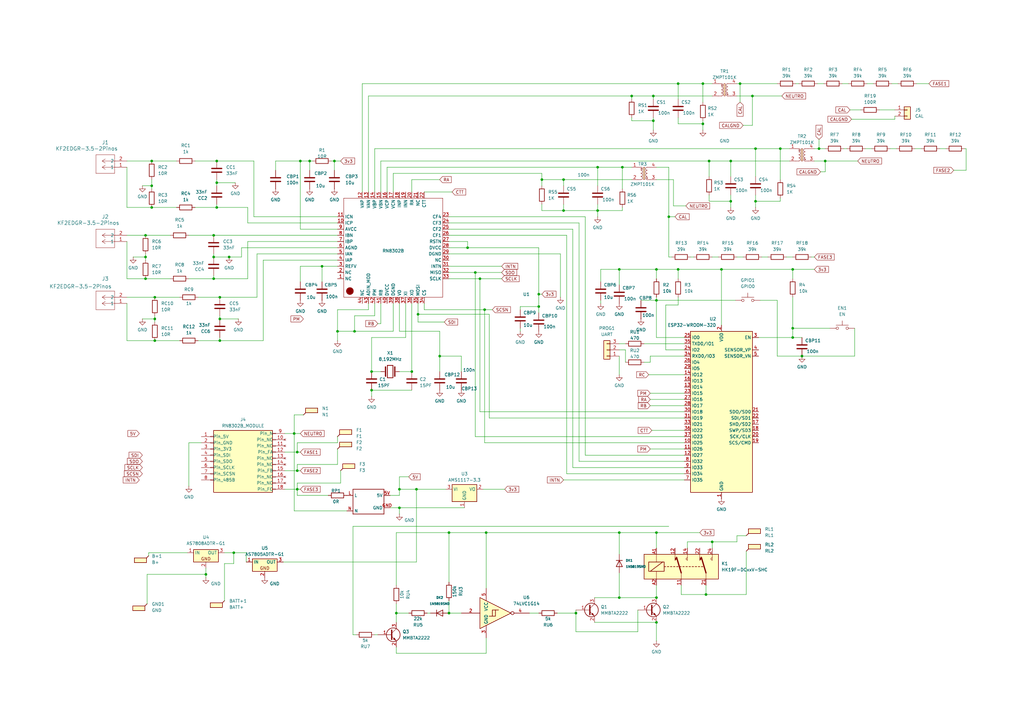
<source format=kicad_sch>
(kicad_sch (version 20250114) (generator "eeschema") (generator_version "9.0")
  (paper "A3")
  (lib_symbols
    (symbol "74xGxx:74LVC1G14"
      (property "Reference" "U" (at 0 3.81 0))
      (property "Value" "74LVC1G14" (at 0 -3.81 0))
      (symbol "74LVC1G14_1_1"
        (pin input line (at -15.24 0 0) (length 7.62) (name "~") (number "2"))
        (pin no_connect line (at -7.62 5.08 180) (length 5.08) (hide yes) (name "NC") (number "1"))
        (pin power_in line (at -5.08 10.16 270) (length 5.08) (name "VCC") (number "5"))
        (pin power_in line (at -5.08 -10.16 90) (length 5.08) (name "GND") (number "3"))
        (pin output inverted (at 12.7 0 180) (length 7.62) (name "~") (number "4"))
      )
    )
    (symbol "C0805_1" (pin_numbers (hide yes)) (pin_names (offset 0.254))
      (property "Reference" "C2" (at 3.175 0.635 0))
      (property "Value" "15PF" (at 3.175 -1.905 0))
      (symbol "C0805_1_1_1"
        (pin passive line (at 0 3.81 270) (length 2.794) (name "~") (number "1"))
        (pin passive line (at 0 -3.81 90) (length 2.794) (name "~") (number "2"))
      )
    )
    (symbol "Connector:TestPoint_Flag" (pin_numbers (hide yes)) (pin_names (offset 0.762) (hide yes))
      (property "Reference" "TP" (at 3.429 1.778 0))
      (property "Value" "TestPoint_Flag" (at 3.302 4.191 0))
      (symbol "TestPoint_Flag_1_1"
        (pin passive line (at 0 0 90) (length 0) (name "1") (number "1"))
      )
    )
    (symbol "Connector_Generic:Conn_01x02" (pin_names (offset 1.016) (hide yes))
      (property "Reference" "J" (at 0 2.54 0))
      (property "Value" "Conn_01x02" (at 0 -5.08 0))
      (symbol "Conn_01x02_1_1"
        (pin passive line (at -5.08 0 0) (length 3.81) (name "Pin_1") (number "1"))
        (pin passive line (at -5.08 -2.54 0) (length 3.81) (name "Pin_2") (number "2"))
      )
    )
    (symbol "Connector_Generic:Conn_01x03" (pin_names (offset 1.016) (hide yes))
      (property "Reference" "J" (at 0 5.08 0))
      (property "Value" "Conn_01x03" (at 0 -5.08 0))
      (symbol "Conn_01x03_1_1"
        (pin passive line (at -5.08 2.54 0) (length 3.81) (name "Pin_1") (number "1"))
        (pin passive line (at -5.08 0 0) (length 3.81) (name "Pin_2") (number "2"))
        (pin passive line (at -5.08 -2.54 0) (length 3.81) (name "Pin_3") (number "3"))
      )
    )
    (symbol "FromEagleSym2:1N5819SMD" (pin_numbers (hide yes)) (pin_names (hide yes))
      (property "Reference" "DK2" (at -5.08 2.794 90))
      (property "Value" "1N5819SMD" (at -3.048 5.842 90))
      (symbol "1N5819SMD_1_1"
        (pin passive line (at -3.81 0 0) (length 2.54) (name "K") (number "1"))
        (pin passive line (at 3.81 0 180) (length 2.54) (name "A") (number "2"))
      )
    )
    (symbol "FromEagleSym2:5VSMPSVERT"
      (symbol "5VSMPSVERT_1_0"
        (pin bidirectional line (at -10.16 2.54 0) (length 2.54) (name "L") (number "L"))
        (pin bidirectional line (at -10.16 -3.81 0) (length 2.54) (name "N") (number "N"))
        (pin bidirectional line (at 7.62 2.54 180) (length 2.54) (name "5V") (number "5V"))
        (pin bidirectional line (at 7.62 -2.54 180) (length 2.54) (name "GND") (number "GND"))
      )
    )
    (symbol "FromEagleSym2:KF2EDGR-3.5-2Pinos" (pin_names (offset 0.254))
      (property "Reference" "J9" (at 14.605 0.0001 0))
      (property "Value" "KF2EDGR-3.5-2Pinos" (at 14.605 -2.5399 0))
      (symbol "KF2EDGR-3.5-2Pinos_1_1"
        (pin unspecified line (at 0 0 0) (length 5.08) (name "1") (number "1"))
        (pin unspecified line (at 0 -2.54 0) (length 5.08) (name "2") (number "2"))
      )
      (symbol "KF2EDGR-3.5-2Pinos_1_2"
        (pin unspecified line (at 0 0 0) (length 5.08) (name "1") (number "1"))
        (pin unspecified line (at 0 -2.54 0) (length 5.08) (name "2") (number "2"))
      )
    )
    (symbol "FromEagleSym2:RN8302B_LQFP44"
      (property "Reference" "U1" (at 54.61 19.1202 0))
      (property "Value" "RN8302B" (at 0 1.27 0))
      (symbol "RN8302B_LQFP44_1_0"
        (pin passive line (at -22.86 12.7 0) (length 2.54) (name "NC") (number "1"))
        (pin passive line (at -22.86 10.16 0) (length 2.54) (name "NC") (number "2"))
        (pin passive line (at -22.86 7.62 0) (length 2.54) (name "REFV") (number "3"))
        (pin passive line (at -22.86 5.08 0) (length 2.54) (name "IAP") (number "4"))
        (pin passive line (at -22.86 2.54 0) (length 2.54) (name "IAN") (number "5"))
        (pin passive line (at -22.86 0 0) (length 2.54) (name "AGND") (number "6"))
        (pin passive line (at -22.86 -2.54 0) (length 2.54) (name "IBP") (number "7"))
        (pin passive line (at -22.86 -5.08 0) (length 2.54) (name "IBN") (number "8"))
        (pin passive line (at -22.86 -7.62 0) (length 2.54) (name "AVCC") (number "9"))
        (pin passive line (at -22.86 -10.16 0) (length 2.54) (name "ICP") (number "10"))
        (pin passive line (at -22.86 -12.7 0) (length 2.54) (name "ICN") (number "11"))
        (pin passive line (at -12.7 22.86 270) (length 2.54) (name "NC") (number "44"))
        (pin passive line (at -12.7 -22.86 90) (length 2.54) (name "VAP") (number "12"))
        (pin passive line (at -10.16 22.86 270) (length 2.54) (name "ADIN_MOD") (number "43"))
        (pin passive line (at -10.16 -22.86 90) (length 2.54) (name "VAN") (number "13"))
        (pin passive line (at -7.62 22.86 270) (length 2.54) (name "PM") (number "42"))
        (pin passive line (at -7.62 -22.86 90) (length 2.54) (name "VBP") (number "14"))
        (pin passive line (at -5.08 22.86 270) (length 2.54) (name "RB") (number "41"))
        (pin passive line (at -5.08 -22.86 90) (length 2.54) (name "VBN") (number "15"))
        (pin passive line (at -2.54 22.86 270) (length 2.54) (name "DVCC") (number "40"))
        (pin passive line (at -2.54 -22.86 90) (length 2.54) (name "VCP") (number "16"))
        (pin passive line (at 0 22.86 270) (length 2.54) (name "DGND") (number "39"))
        (pin passive line (at 0 -22.86 90) (length 2.54) (name "VCN") (number "17"))
        (pin passive line (at 2.54 22.86 270) (length 2.54) (name "VO") (number "38"))
        (pin passive line (at 2.54 -22.86 90) (length 2.54) (name "INP") (number "18"))
        (pin passive line (at 5.08 22.86 270) (length 2.54) (name "XI") (number "37"))
        (pin passive line (at 5.08 -22.86 90) (length 2.54) (name "INN") (number "19"))
        (pin passive line (at 7.62 22.86 270) (length 2.54) (name "XO") (number "36"))
        (pin passive line (at 7.62 -22.86 90) (length 2.54) (name "RA") (number "20"))
        (pin passive line (at 10.16 22.86 270) (length 2.54) (name "MOSI") (number "35"))
        (pin passive line (at 10.16 -22.86 90) (length 2.54) (name "NC") (number "21"))
        (pin passive line (at 12.7 22.86 270) (length 2.54) (name "CS") (number "34"))
        (pin passive line (at 12.7 -22.86 90) (length 2.54) (name "CTT") (number "22"))
        (pin passive line (at 22.86 12.7 180) (length 2.54) (name "SCLK") (number "33"))
        (pin passive line (at 22.86 10.16 180) (length 2.54) (name "MISO") (number "32"))
        (pin passive line (at 22.86 7.62 180) (length 2.54) (name "INTN") (number "31"))
        (pin passive line (at 22.86 5.08 180) (length 2.54) (name "NC") (number "30"))
        (pin passive line (at 22.86 2.54 180) (length 2.54) (name "DGND") (number "29"))
        (pin passive line (at 22.86 0 180) (length 2.54) (name "DVCC") (number "28"))
        (pin passive line (at 22.86 -2.54 180) (length 2.54) (name "RSTN") (number "27"))
        (pin passive line (at 22.86 -5.08 180) (length 2.54) (name "CF1") (number "26"))
        (pin passive line (at 22.86 -7.62 180) (length 2.54) (name "CF2") (number "25"))
        (pin passive line (at 22.86 -10.16 180) (length 2.54) (name "CF3") (number "24"))
        (pin passive line (at 22.86 -12.7 180) (length 2.54) (name "CF4") (number "23"))
      )
    )
    (symbol "FromEagleSym2:RN8302B_MODULE" (pin_names (offset 1.016))
      (property "Reference" "J1" (at 12.065 14.605 0))
      (property "Value" "RN8302B_MODULE" (at 12.065 12.065 0))
      (symbol "RN8302B_MODULE_1_1"
        (pin power_in line (at -5.08 7.62 0) (length 3.81) (name "Pin_5V") (number "1"))
        (pin power_in line (at -5.08 5.08 0) (length 3.81) (name "Pin_GND") (number "2"))
        (pin power_in line (at -5.08 2.54 0) (length 3.81) (name "Pin_3V3") (number "3"))
        (pin input line (at -5.08 0 0) (length 3.81) (name "Pin_SDI") (number "4"))
        (pin output line (at -5.08 -2.54 0) (length 3.81) (name "Pin_SDO") (number "5"))
        (pin output line (at -5.08 -5.08 0) (length 3.81) (name "Pin_SCLK") (number "6"))
        (pin bidirectional line (at -5.08 -7.62 0) (length 3.81) (name "Pin_SCSN") (number "7"))
        (pin bidirectional line (at -5.08 -10.16 0) (length 3.81) (name "Pin_485B") (number "8"))
        (pin input line (at 29.21 8.89 180) (length 3.81) (name "Pin_N") (number "9"))
        (pin no_connect line (at 29.21 6.35 180) (length 3.81) (name "Pin_NC") (number "10"))
        (pin no_connect line (at 29.21 3.81 180) (length 3.81) (name "Pin_NC") (number "11"))
        (pin input line (at 29.21 1.27 180) (length 3.81) (name "Pin_FA") (number "12"))
        (pin no_connect line (at 29.21 -1.27 180) (length 3.81) (name "Pin_NC") (number "13"))
        (pin no_connect line (at 29.21 -3.81 180) (length 3.81) (name "Pin_NC") (number "14"))
        (pin input line (at 29.21 -6.35 180) (length 3.81) (name "Pin_FB") (number "15"))
        (pin no_connect line (at 29.21 -8.89 180) (length 3.81) (name "Pin_NC") (number "16"))
        (pin no_connect line (at 29.21 -11.43 180) (length 3.81) (name "Pin_NC") (number "17"))
        (pin input line (at 29.21 -13.97 180) (length 3.81) (name "Pin_FC") (number "18"))
      )
    )
    (symbol "FromEagleSym2:SW_PushLowProfile" (pin_numbers (hide yes)) (pin_names (offset 1.016) (hide yes))
      (property "Reference" "TV_VOL<1" (at 0 8.255 0))
      (property "Value" "SW_PushLowProfile" (at 0 5.715 0))
      (symbol "SW_PushLowProfile_0_1"
        (pin passive line (at -5.08 0 0) (length 2.54) (name "1") (number "1"))
        (pin passive line (at 5.08 0 180) (length 2.54) (name "2") (number "2"))
      )
    )
    (symbol "FromEagleSym:C0603" (pin_numbers (hide yes)) (pin_names (offset 0.254))
      (property "Reference" "C1" (at 3.81 1.2701 0))
      (property "Value" "C0603" (at 3.81 -1.2699 0))
      (symbol "C0603_1_1"
        (pin passive line (at 0 3.81 270) (length 2.794) (name "~") (number "1"))
        (pin passive line (at 0 -3.81 90) (length 2.794) (name "~") (number "2"))
      )
    )
    (symbol "FromEagleSym:C0805" (pin_numbers (hide yes)) (pin_names (offset 0.254))
      (property "Reference" "C1" (at 3.81 1.2701 0))
      (property "Value" "C0805" (at 3.81 -1.2699 0))
      (symbol "C0805_1_1"
        (pin passive line (at 0 3.81 270) (length 2.794) (name "~") (number "1"))
        (pin passive line (at 0 -3.81 90) (length 2.794) (name "~") (number "2"))
      )
    )
    (symbol "FromEagleSym:MMBTA2222" (pin_names (offset 0) (hide yes))
      (property "Reference" "Q1" (at 5.08 1.2701 0))
      (property "Value" "MMBTA2222" (at 5.08 -1.2699 0))
      (symbol "MMBTA2222_1_1"
        (pin input line (at -5.08 0 0) (length 5.715) (name "B") (number "1"))
        (pin passive line (at 2.54 5.08 270) (length 2.54) (name "C") (number "3"))
        (pin passive line (at 2.54 -5.08 90) (length 2.54) (name "E") (number "2"))
      )
    )
    (symbol "FromEagleSym:R0805" (pin_numbers (hide yes)) (pin_names (offset 0))
      (property "Reference" "R1" (at 2.54 1.2701 0))
      (property "Value" "R0805" (at 2.54 -1.2699 0))
      (symbol "R0805_1_1"
        (pin passive line (at 0 3.81 270) (length 1.27) (name "~") (number "1"))
        (pin passive line (at 0 -3.81 90) (length 1.27) (name "~") (number "2"))
      )
    )
    (symbol "PCM_Crystal_AKL:HC52_Vertical" (pin_numbers (hide yes)) (pin_names (offset 1.016) (hide yes))
      (property "Reference" "X" (at 0 3.81 0))
      (property "Value" "HC52_Vertical" (at 0 -3.81 0))
      (symbol "HC52_Vertical_1_1"
        (pin passive line (at -3.81 0 0) (length 1.27) (name "1") (number "1"))
        (pin passive line (at 3.81 0 180) (length 1.27) (name "2") (number "2"))
      )
    )
    (symbol "PCM_Voltage_Regulator_AKL:AS7805ADTR-G1"
      (property "Reference" "U" (at 0 6.35 0))
      (property "Value" "AS7805ADTR-G1" (at 0 3.81 0))
      (symbol "AS7805ADTR-G1_0_0"
        (text "GND" (at 0 -2.54 0) (effects (font (size 1.27 1.27))))
      )
      (symbol "AS7805ADTR-G1_1_1"
        (pin power_in line (at -7.62 0 0) (length 2.54) (name "IN") (number "1"))
        (pin power_in line (at 0 -6.35 90) (length 2.54) (name "~") (number "2"))
        (pin power_out line (at 7.62 0 180) (length 2.54) (name "OUT") (number "3"))
      )
    )
    (symbol "PCM_Voltage_Regulator_AKL:AS7808ADTR-G1"
      (property "Reference" "U" (at 0 6.35 0))
      (property "Value" "AS7808ADTR-G1" (at 0 3.81 0))
      (symbol "AS7808ADTR-G1_0_0"
        (text "GND" (at 0 -2.54 0) (effects (font (size 1.27 1.27))))
      )
      (symbol "AS7808ADTR-G1_1_1"
        (pin power_in line (at -7.62 0 0) (length 2.54) (name "IN") (number "1"))
        (pin power_in line (at 0 -6.35 90) (length 2.54) (name "~") (number "2"))
        (pin power_out line (at 7.62 0 180) (length 2.54) (name "OUT") (number "3"))
      )
    )
    (symbol "RF_Module:ESP32-WROOM-32D"
      (property "Reference" "U" (at -12.7 34.29 0))
      (property "Value" "ESP32-WROOM-32D" (at 1.27 34.29 0))
      (symbol "ESP32-WROOM-32D_1_1"
        (pin input line (at -15.24 30.48 0) (length 2.54) (name "EN") (number "3"))
        (pin input line (at -15.24 25.4 0) (length 2.54) (name "SENSOR_VP") (number "4"))
        (pin input line (at -15.24 22.86 0) (length 2.54) (name "SENSOR_VN") (number "5"))
        (pin bidirectional line (at -15.24 0 0) (length 2.54) (name "SDO/SD0") (number "21"))
        (pin bidirectional line (at -15.24 -2.54 0) (length 2.54) (name "SDI/SD1") (number "22"))
        (pin bidirectional line (at -15.24 -5.08 0) (length 2.54) (name "SHD/SD2") (number "17"))
        (pin bidirectional line (at -15.24 -7.62 0) (length 2.54) (name "SWP/SD3") (number "18"))
        (pin bidirectional line (at -15.24 -10.16 0) (length 2.54) (name "SCK/CLK") (number "20"))
        (pin bidirectional line (at -15.24 -12.7 0) (length 2.54) (name "SCS/CMD") (number "19"))
        (pin no_connect line (at -12.7 -27.94 0) (length 2.54) (hide yes) (name "NC") (number "32"))
        (pin power_in line (at 0 35.56 270) (length 2.54) (name "VDD") (number "2"))
        (pin power_in line (at 0 -35.56 90) (length 2.54) (name "GND") (number "1"))
        (pin passive line (at 0 -35.56 90) (length 2.54) (hide yes) (name "GND") (number "15"))
        (pin passive line (at 0 -35.56 90) (length 2.54) (hide yes) (name "GND") (number "38"))
        (pin passive line (at 0 -35.56 90) (length 2.54) (hide yes) (name "GND") (number "39"))
        (pin bidirectional line (at 15.24 30.48 180) (length 2.54) (name "IO0") (number "25"))
        (pin bidirectional line (at 15.24 27.94 180) (length 2.54) (name "TXD0/IO1") (number "35"))
        (pin bidirectional line (at 15.24 25.4 180) (length 2.54) (name "IO2") (number "24"))
        (pin bidirectional line (at 15.24 22.86 180) (length 2.54) (name "RXD0/IO3") (number "34"))
        (pin bidirectional line (at 15.24 20.32 180) (length 2.54) (name "IO4") (number "26"))
        (pin bidirectional line (at 15.24 17.78 180) (length 2.54) (name "IO5") (number "29"))
        (pin bidirectional line (at 15.24 15.24 180) (length 2.54) (name "IO12") (number "14"))
        (pin bidirectional line (at 15.24 12.7 180) (length 2.54) (name "IO13") (number "16"))
        (pin bidirectional line (at 15.24 10.16 180) (length 2.54) (name "IO14") (number "13"))
        (pin bidirectional line (at 15.24 7.62 180) (length 2.54) (name "IO15") (number "23"))
        (pin bidirectional line (at 15.24 5.08 180) (length 2.54) (name "IO16") (number "27"))
        (pin bidirectional line (at 15.24 2.54 180) (length 2.54) (name "IO17") (number "28"))
        (pin bidirectional line (at 15.24 0 180) (length 2.54) (name "IO18") (number "30"))
        (pin bidirectional line (at 15.24 -2.54 180) (length 2.54) (name "IO19") (number "31"))
        (pin bidirectional line (at 15.24 -5.08 180) (length 2.54) (name "IO21") (number "33"))
        (pin bidirectional line (at 15.24 -7.62 180) (length 2.54) (name "IO22") (number "36"))
        (pin bidirectional line (at 15.24 -10.16 180) (length 2.54) (name "IO23") (number "37"))
        (pin bidirectional line (at 15.24 -12.7 180) (length 2.54) (name "IO25") (number "10"))
        (pin bidirectional line (at 15.24 -15.24 180) (length 2.54) (name "IO26") (number "11"))
        (pin bidirectional line (at 15.24 -17.78 180) (length 2.54) (name "IO27") (number "12"))
        (pin bidirectional line (at 15.24 -20.32 180) (length 2.54) (name "IO32") (number "8"))
        (pin bidirectional line (at 15.24 -22.86 180) (length 2.54) (name "IO33") (number "9"))
        (pin input line (at 15.24 -25.4 180) (length 2.54) (name "IO34") (number "6"))
        (pin input line (at 15.24 -27.94 180) (length 2.54) (name "IO35") (number "7"))
      )
    )
    (symbol "Regulator_Linear:AMS1117-3.3"
      (property "Reference" "U" (at -3.81 3.175 0))
      (property "Value" "AMS1117-3.3" (at 0 3.175 0))
      (symbol "AMS1117-3.3_1_1"
        (pin power_in line (at -7.62 0 0) (length 2.54) (name "VI") (number "3"))
        (pin power_in line (at 0 -7.62 90) (length 2.54) (name "GND") (number "1"))
        (pin power_out line (at 7.62 0 180) (length 2.54) (name "VO") (number "2"))
      )
    )
    (symbol "Relay:HK19F-DCxxV-SHC"
      (property "Reference" "K" (at 16.51 3.81 0))
      (property "Value" "HK19F-DCxxV-SHC" (at 16.51 1.27 0))
      (symbol "HK19F-DCxxV-SHC_1_1"
        (pin passive line (at -10.16 7.62 270) (length 2.54) (name "~") (number "A1"))
        (pin passive line (at -10.16 -7.62 90) (length 2.54) (name "~") (number "A2"))
        (pin passive line (at -2.54 7.62 270) (length 2.54) (name "~") (number "12"))
        (pin passive line (at 0 -7.62 90) (length 2.54) (name "~") (number "11"))
        (pin passive line (at 2.54 7.62 270) (length 2.54) (name "~") (number "14"))
        (pin passive line (at 7.62 7.62 270) (length 2.54) (name "~") (number "22"))
        (pin passive line (at 10.16 -7.62 90) (length 2.54) (name "~") (number "21"))
        (pin passive line (at 12.7 7.62 270) (length 2.54) (name "~") (number "24"))
      )
    )
    (symbol "Transformer:ZMPT101K"
      (property "Reference" "TR" (at 0 4.445 0))
      (property "Value" "ZMPT101K" (at 0 -4.445 0))
      (symbol "ZMPT101K_1_1"
        (pin passive line (at -5.08 2.54 0) (length 2.54) (name "~") (number "1"))
        (pin passive line (at -5.08 -2.54 0) (length 2.54) (name "~") (number "2"))
        (pin passive line (at 5.08 2.54 180) (length 2.54) (name "~") (number "4"))
        (pin passive line (at 5.08 -2.54 180) (length 2.54) (name "~") (number "3"))
      )
    )
    (symbol "power:GND" (power) (pin_numbers (hide yes)) (pin_names (offset 0) (hide yes))
      (property "Value" "GND" (at 0 -3.81 0))
      (symbol "GND_1_1"
        (pin power_in line (at 0 0 270) (length 0) (name "~") (number "1"))
      )
    )
  )
  (junction (at 269.24 123.19))
  (junction (at 259.08 39.37))
  (junction (at 231.14 86.36))
  (junction (at 269.24 110.49))
  (junction (at 62.23 85.09))
  (junction (at 231.14 73.66))
  (junction (at 59.69 96.52))
  (junction (at 299.72 82.55))
  (junction (at 163.83 208.28))
  (junction (at 88.9 74.93))
  (junction (at 62.23 66.04))
  (junction (at 325.12 138.43))
  (junction (at 191.77 101.6))
  (junction (at 335.915 60.96))
  (junction (at 338.455 66.04))
  (junction (at 328.93 146.05))
  (junction (at 274.32 88.9))
  (junction (at 267.97 49.53))
  (junction (at 88.9 85.09))
  (junction (at 63.5 130.81))
  (junction (at 137.16 66.04))
  (junction (at 87.63 114.3))
  (junction (at 245.11 68.58))
  (junction (at 90.17 139.7))
  (junction (at 87.63 96.52))
  (junction (at 168.91 152.4))
  (junction (at 255.27 68.58))
  (junction (at 162.56 251.46))
  (junction (at 88.9 66.04))
  (junction (at 59.69 114.3))
  (junction (at 90.17 130.81))
  (junction (at 295.91 110.49))
  (junction (at 269.24 245.11))
  (junction (at 196.85 114.3))
  (junction (at 254 245.11))
  (junction (at 220.98 125.73))
  (junction (at 325.12 134.62))
  (junction (at 163.83 200.66))
  (junction (at 121.92 193.04))
  (junction (at 93.98 105.41))
  (junction (at 152.4 160.02))
  (junction (at 194.945 111.76))
  (junction (at 309.88 60.96))
  (junction (at 303.53 34.29))
  (junction (at 325.12 110.49))
  (junction (at 254 110.49))
  (junction (at 288.29 50.8))
  (junction (at 222.25 73.66))
  (junction (at 292.1 222.25))
  (junction (at 184.15 251.46))
  (junction (at 267.97 39.37))
  (junction (at 62.23 76.2))
  (junction (at 145.415 135.89))
  (junction (at 236.22 251.46))
  (junction (at 138.43 135.89))
  (junction (at 278.13 110.49))
  (junction (at 171.45 128.905))
  (junction (at 308.61 39.37))
  (junction (at 220.98 120.65))
  (junction (at 320.04 60.96))
  (junction (at 84.455 235.585))
  (junction (at 63.5 121.92))
  (junction (at 269.24 255.27))
  (junction (at 170.815 200.66))
  (junction (at 180.34 146.05))
  (junction (at 254 218.44))
  (junction (at 127 66.04))
  (junction (at 299.72 66.04))
  (junction (at 63.5 139.7))
  (junction (at 132.08 109.22))
  (junction (at 123.19 66.04))
  (junction (at 120.65 177.8))
  (junction (at 184.15 218.44))
  (junction (at 95.885 226.695))
  (junction (at 121.92 200.66))
  (junction (at 199.39 218.44))
  (junction (at 90.17 121.92))
  (junction (at 288.29 34.29))
  (junction (at 290.83 66.04))
  (junction (at 309.88 82.55))
  (junction (at 59.69 105.41))
  (junction (at 278.13 34.29))
  (junction (at 198.755 127))
  (junction (at 245.11 86.36))
  (junction (at 269.24 218.44))
  (junction (at 289.56 243.84))
  (junction (at 87.63 105.41))
  (junction (at 152.4 152.4))
  (junction (at 121.92 185.42))
  (wire (pts (xy 52.07 99.06) (xy 52.07 114.3)))
  (wire (pts (xy 278.13 50.8) (xy 278.13 48.26)))
  (wire (pts (xy 171.45 124.46) (xy 171.45 128.905)))
  (wire (pts (xy 180.34 146.05) (xy 180.34 152.4)))
  (wire (pts (xy 290.83 66.04) (xy 299.72 66.04)))
  (wire (pts (xy 139.7 198.12) (xy 121.92 198.12)))
  (wire (pts (xy 173.99 127) (xy 198.755 127)))
  (wire (pts (xy 220.98 120.65) (xy 220.98 101.6)))
  (wire (pts (xy 156.21 152.4) (xy 152.4 152.4)))
  (wire (pts (xy 276.225 84.455) (xy 281.305 84.455)))
  (wire (pts (xy 167.64 195.58) (xy 163.83 195.58)))
  (wire (pts (xy 116.84 185.42) (xy 121.92 185.42)))
  (wire (pts (xy 302.26 39.37) (xy 308.61 39.37)))
  (wire (pts (xy 325.12 134.62) (xy 340.36 134.62)))
  (wire (pts (xy 184.15 251.46) (xy 189.23 251.46)))
  (wire (pts (xy 240.03 186.69) (xy 280.67 186.69)))
  (wire (pts (xy 245.11 86.36) (xy 245.11 88.9)))
  (wire (pts (xy 52.07 66.04) (xy 62.23 66.04)))
  (wire (pts (xy 101.6 91.44) (xy 138.43 91.44)))
  (wire (pts (xy 96.52 74.93) (xy 88.9 74.93)))
  (wire (pts (xy 279.4 240.03) (xy 279.4 243.84)))
  (wire (pts (xy 349.25 48.895) (xy 367.03 48.895)))
  (wire (pts (xy 269.24 138.43) (xy 280.67 138.43)))
  (wire (pts (xy 276.225 73.66) (xy 269.24 73.66)))
  (wire (pts (xy 123.19 93.98) (xy 138.43 93.98)))
  (wire (pts (xy 121.92 190.5) (xy 121.92 193.04)))
  (wire (pts (xy 156.21 66.04) (xy 156.21 78.74)))
  (wire (pts (xy 325.12 121.92) (xy 325.12 134.62)))
  (wire (pts (xy 87.63 96.52) (xy 138.43 96.52)))
  (wire (pts (xy 309.88 82.55) (xy 320.04 82.55)))
  (wire (pts (xy 84.455 235.585) (xy 84.455 236.855)))
  (wire (pts (xy 198.12 200.66) (xy 207.01 200.66)))
  (wire (pts (xy 156.21 124.46) (xy 156.21 132.715)))
  (wire (pts (xy 254 146.05) (xy 254 153.67)))
  (wire (pts (xy 278.13 50.8) (xy 288.29 50.8)))
  (wire (pts (xy 231.14 86.36) (xy 231.14 83.82)))
  (wire (pts (xy 184.15 91.44) (xy 237.49 91.44)))
  (wire (pts (xy 60.96 227.965) (xy 60.96 226.695)))
  (wire (pts (xy 161.29 71.12) (xy 222.25 71.12)))
  (wire (pts (xy 184.15 96.52) (xy 232.41 96.52)))
  (wire (pts (xy 101.6 99.06) (xy 101.6 114.3)))
  (wire (pts (xy 151.13 39.37) (xy 259.08 39.37)))
  (wire (pts (xy 153.67 60.96) (xy 153.67 78.74)))
  (wire (pts (xy 80.01 85.09) (xy 88.9 85.09)))
  (wire (pts (xy 189.23 146.05) (xy 189.23 152.4)))
  (wire (pts (xy 336.55 70.485) (xy 338.455 70.485)))
  (wire (pts (xy 312.42 105.41) (xy 314.96 105.41)))
  (wire (pts (xy 245.11 68.58) (xy 255.27 68.58)))
  (wire (pts (xy 350.52 134.62) (xy 350.52 146.05)))
  (wire (pts (xy 269.24 240.03) (xy 269.24 245.11)))
  (wire (pts (xy 269.24 218.44) (xy 269.24 224.79)))
  (wire (pts (xy 302.26 219.71) (xy 302.26 222.25)))
  (wire (pts (xy 138.43 127) (xy 138.43 135.89)))
  (wire (pts (xy 105.41 121.92) (xy 90.17 121.92)))
  (wire (pts (xy 278.13 121.92) (xy 278.13 125.095)))
  (wire (pts (xy 151.13 127) (xy 151.13 124.46)))
  (wire (pts (xy 92.075 231.14) (xy 95.885 231.14)))
  (wire (pts (xy 163.83 195.58) (xy 163.83 200.66)))
  (wire (pts (xy 222.25 73.66) (xy 231.14 73.66)))
  (wire (pts (xy 222.25 73.66) (xy 222.25 76.2)))
  (wire (pts (xy 301.625 123.19) (xy 269.24 123.19)))
  (wire (pts (xy 116.205 230.505) (xy 170.815 230.505)))
  (wire (pts (xy 302.26 105.41) (xy 304.8 105.41)))
  (wire (pts (xy 246.38 123.19) (xy 246.38 124.46)))
  (wire (pts (xy 92.075 246.38) (xy 92.075 231.14)))
  (wire (pts (xy 137.16 66.04) (xy 135.89 66.04)))
  (wire (pts (xy 127 66.04) (xy 128.27 66.04)))
  (wire (pts (xy 82.55 181.61) (xy 77.47 181.61)))
  (wire (pts (xy 60.96 226.695) (xy 76.835 226.695)))
  (wire (pts (xy 199.39 218.44) (xy 199.39 241.3)))
  (wire (pts (xy 100.965 226.695) (xy 100.965 230.505)))
  (wire (pts (xy 138.43 184.15) (xy 138.43 190.5)))
  (wire (pts (xy 120.65 170.18) (xy 120.65 177.8)))
  (wire (pts (xy 163.83 208.28) (xy 163.83 210.82)))
  (wire (pts (xy 121.92 203.2) (xy 134.62 203.2)))
  (wire (pts (xy 278.13 34.29) (xy 278.13 40.64)))
  (wire (pts (xy 391.16 69.85) (xy 396.24 69.85)))
  (wire (pts (xy 338.455 66.04) (xy 334.01 66.04)))
  (wire (pts (xy 63.5 121.92) (xy 73.66 121.92)))
  (wire (pts (xy 132.08 109.22) (xy 132.08 115.57)))
  (wire (pts (xy 222.25 120.65) (xy 220.98 120.65)))
  (wire (pts (xy 184.15 111.76) (xy 194.945 111.76)))
  (wire (pts (xy 59.69 104.14) (xy 59.69 105.41)))
  (wire (pts (xy 124.46 170.18) (xy 120.65 170.18)))
  (wire (pts (xy 123.19 109.22) (xy 132.08 109.22)))
  (wire (pts (xy 120.65 209.55) (xy 120.65 177.8)))
  (wire (pts (xy 240.03 88.9) (xy 240.03 186.69)))
  (wire (pts (xy 84.455 233.045) (xy 84.455 235.585)))
  (wire (pts (xy 367.03 48.895) (xy 367.03 47.625)))
  (wire (pts (xy 243.84 245.11) (xy 254 245.11)))
  (wire (pts (xy 87.63 105.41) (xy 87.63 104.14)))
  (wire (pts (xy 163.83 200.66) (xy 163.83 203.2)))
  (wire (pts (xy 306.07 243.84) (xy 289.56 243.84)))
  (wire (pts (xy 232.41 194.31) (xy 280.67 194.31)))
  (wire (pts (xy 306.07 219.71) (xy 302.26 219.71)))
  (wire (pts (xy 245.11 86.36) (xy 255.27 86.36)))
  (wire (pts (xy 220.98 120.65) (xy 220.98 125.73)))
  (wire (pts (xy 255.27 85.09) (xy 255.27 86.36)))
  (wire (pts (xy 292.1 105.41) (xy 294.64 105.41)))
  (wire (pts (xy 299.72 85.09) (xy 299.72 82.55)))
  (wire (pts (xy 325.12 110.49) (xy 325.12 114.3)))
  (wire (pts (xy 254 140.97) (xy 256.54 140.97)))
  (wire (pts (xy 290.83 82.55) (xy 299.72 82.55)))
  (wire (pts (xy 184.15 99.06) (xy 191.77 99.06)))
  (wire (pts (xy 63.5 130.81) (xy 63.5 132.08)))
  (wire (pts (xy 152.4 160.02) (xy 152.4 162.56)))
  (wire (pts (xy 160.02 208.28) (xy 163.83 208.28)))
  (wire (pts (xy 194.945 111.76) (xy 194.945 179.07)))
  (wire (pts (xy 234.95 93.98) (xy 234.95 191.77)))
  (wire (pts (xy 101.6 85.09) (xy 101.6 91.44)))
  (wire (pts (xy 261.62 250.19) (xy 261.62 259.08)))
  (wire (pts (xy 335.915 60.96) (xy 334.01 60.96)))
  (wire (pts (xy 121.92 203.2) (xy 121.92 200.66)))
  (wire (pts (xy 88.9 66.04) (xy 104.14 66.04)))
  (wire (pts (xy 281.94 222.25) (xy 292.1 222.25)))
  (wire (pts (xy 148.59 78.74) (xy 148.59 34.29)))
  (wire (pts (xy 303.53 34.29) (xy 318.77 34.29)))
  (wire (pts (xy 52.07 121.92) (xy 63.5 121.92)))
  (wire (pts (xy 113.03 66.04) (xy 123.19 66.04)))
  (wire (pts (xy 120.65 177.8) (xy 123.19 177.8)))
  (wire (pts (xy 308.61 39.37) (xy 320.675 39.37)))
  (wire (pts (xy 184.15 238.76) (xy 184.15 218.44)))
  (wire (pts (xy 269.24 255.27) (xy 269.24 262.89)))
  (wire (pts (xy 354.965 60.96) (xy 357.505 60.96)))
  (wire (pts (xy 52.07 124.46) (xy 52.07 139.7)))
  (wire (pts (xy 163.83 152.4) (xy 168.91 152.4)))
  (wire (pts (xy 320.04 60.96) (xy 320.04 73.66)))
  (wire (pts (xy 54.61 105.41) (xy 59.69 105.41)))
  (wire (pts (xy 385.445 60.96) (xy 387.985 60.96)))
  (wire (pts (xy 153.67 129.54) (xy 145.415 129.54)))
  (wire (pts (xy 269.24 218.44) (xy 254 218.44)))
  (wire (pts (xy 163.83 135.89) (xy 180.34 135.89)))
  (wire (pts (xy 138.43 99.06) (xy 101.6 99.06)))
  (wire (pts (xy 326.39 34.29) (xy 327.66 34.29)))
  (wire (pts (xy 232.41 96.52) (xy 232.41 194.31)))
  (wire (pts (xy 231.14 73.66) (xy 259.08 73.66)))
  (wire (pts (xy 259.08 49.53) (xy 267.97 49.53)))
  (wire (pts (xy 395.605 60.96) (xy 396.24 60.96)))
  (wire (pts (xy 269.24 110.49) (xy 269.24 114.3)))
  (wire (pts (xy 245.11 68.58) (xy 245.11 76.2)))
  (wire (pts (xy 231.14 196.85) (xy 280.67 196.85)))
  (wire (pts (xy 318.77 146.05) (xy 328.93 146.05)))
  (wire (pts (xy 81.28 139.7) (xy 90.17 139.7)))
  (wire (pts (xy 287.02 218.44) (xy 269.24 218.44)))
  (wire (pts (xy 290.83 66.04) (xy 290.83 72.39)))
  (wire (pts (xy 63.5 139.7) (xy 73.66 139.7)))
  (wire (pts (xy 338.455 70.485) (xy 338.455 66.04)))
  (wire (pts (xy 153.67 124.46) (xy 153.67 129.54)))
  (wire (pts (xy 127 66.04) (xy 127 69.85)))
  (wire (pts (xy 243.84 255.27) (xy 269.24 255.27)))
  (wire (pts (xy 58.42 130.81) (xy 63.5 130.81)))
  (wire (pts (xy 104.14 88.9) (xy 138.43 88.9)))
  (wire (pts (xy 311.785 123.19) (xy 318.77 123.19)))
  (wire (pts (xy 144.78 215.9) (xy 274.32 215.9)))
  (wire (pts (xy 127 66.04) (xy 123.19 66.04)))
  (wire (pts (xy 200.66 128.905) (xy 171.45 128.905)))
  (wire (pts (xy 276.225 73.66) (xy 276.225 84.455)))
  (wire (pts (xy 292.1 222.25) (xy 292.1 224.79)))
  (wire (pts (xy 288.29 49.53) (xy 288.29 50.8)))
  (wire (pts (xy 152.4 138.43) (xy 166.37 138.43)))
  (wire (pts (xy 138.43 179.07) (xy 138.43 181.61)))
  (wire (pts (xy 116.84 193.04) (xy 121.92 193.04)))
  (wire (pts (xy 196.85 168.91) (xy 196.85 114.3)))
  (wire (pts (xy 198.755 181.61) (xy 280.67 181.61)))
  (wire (pts (xy 322.58 105.41) (xy 325.12 105.41)))
  (wire (pts (xy 290.83 80.01) (xy 290.83 82.55)))
  (wire (pts (xy 137.16 66.04) (xy 137.16 69.85)))
  (wire (pts (xy 365.125 60.96) (xy 367.665 60.96)))
  (wire (pts (xy 254 234.95) (xy 254 245.11)))
  (wire (pts (xy 101.6 114.3) (xy 87.63 114.3)))
  (wire (pts (xy 338.455 66.04) (xy 351.79 66.04)))
  (wire (pts (xy 262.89 123.19) (xy 269.24 123.19)))
  (wire (pts (xy 88.9 74.93) (xy 88.9 73.66)))
  (wire (pts (xy 320.04 60.96) (xy 323.85 60.96)))
  (wire (pts (xy 338.455 60.96) (xy 335.915 60.96)))
  (wire (pts (xy 220.98 125.73) (xy 220.98 128.27)))
  (wire (pts (xy 213.36 134.62) (xy 213.36 135.89)))
  (wire (pts (xy 335.28 34.29) (xy 337.82 34.29)))
  (wire (pts (xy 191.77 101.6) (xy 184.15 101.6)))
  (wire (pts (xy 267.97 49.53) (xy 267.97 48.26)))
  (wire (pts (xy 274.32 88.9) (xy 276.86 88.9)))
  (wire (pts (xy 254 110.49) (xy 246.38 110.49)))
  (wire (pts (xy 200.66 171.45) (xy 280.67 171.45)))
  (wire (pts (xy 308.61 51.435) (xy 308.61 39.37)))
  (wire (pts (xy 217.17 251.46) (xy 220.98 251.46)))
  (wire (pts (xy 116.84 200.66) (xy 121.92 200.66)))
  (wire (pts (xy 267.97 39.37) (xy 292.1 39.37)))
  (wire (pts (xy 229.87 104.14) (xy 229.87 121.92)))
  (wire (pts (xy 123.19 115.57) (xy 123.19 109.22)))
  (wire (pts (xy 113.03 69.85) (xy 113.03 66.04)))
  (wire (pts (xy 62.23 66.04) (xy 72.39 66.04)))
  (wire (pts (xy 283.21 105.41) (xy 284.48 105.41)))
  (wire (pts (xy 222.25 83.82) (xy 222.25 86.36)))
  (wire (pts (xy 254 245.11) (xy 269.24 245.11)))
  (wire (pts (xy 162.56 240.03) (xy 162.56 218.44)))
  (wire (pts (xy 278.13 110.49) (xy 278.13 114.3)))
  (wire (pts (xy 59.69 114.3) (xy 69.85 114.3)))
  (wire (pts (xy 311.15 138.43) (xy 325.12 138.43)))
  (wire (pts (xy 320.04 81.28) (xy 320.04 82.55)))
  (wire (pts (xy 154.94 132.715) (xy 156.21 132.715)))
  (wire (pts (xy 138.43 109.22) (xy 132.08 109.22)))
  (wire (pts (xy 162.56 251.46) (xy 167.64 251.46)))
  (wire (pts (xy 266.7 166.37) (xy 280.67 166.37)))
  (wire (pts (xy 153.67 260.35) (xy 154.94 260.35)))
  (wire (pts (xy 259.08 39.37) (xy 267.97 39.37)))
  (wire (pts (xy 269.24 110.49) (xy 254 110.49)))
  (wire (pts (xy 198.755 181.61) (xy 198.755 127)))
  (wire (pts (xy 90.17 138.43) (xy 90.17 139.7)))
  (wire (pts (xy 180.34 146.05) (xy 189.23 146.05)))
  (wire (pts (xy 274.32 105.41) (xy 275.59 105.41)))
  (wire (pts (xy 151.13 78.74) (xy 151.13 39.37)))
  (wire (pts (xy 170.815 200.66) (xy 163.83 200.66)))
  (wire (pts (xy 255.27 77.47) (xy 255.27 68.58)))
  (wire (pts (xy 77.47 181.61) (xy 77.47 199.39)))
  (wire (pts (xy 162.56 265.43) (xy 162.56 267.97)))
  (wire (pts (xy 213.36 125.73) (xy 220.98 125.73)))
  (wire (pts (xy 350.52 146.05) (xy 328.93 146.05)))
  (wire (pts (xy 231.14 86.36) (xy 245.11 86.36)))
  (wire (pts (xy 205.74 109.22) (xy 184.15 109.22)))
  (wire (pts (xy 279.4 243.84) (xy 289.56 243.84)))
  (wire (pts (xy 295.91 110.49) (xy 278.13 110.49)))
  (wire (pts (xy 52.07 85.09) (xy 62.23 85.09)))
  (wire (pts (xy 365.76 34.29) (xy 368.3 34.29)))
  (wire (pts (xy 228.6 251.46) (xy 236.22 251.46)))
  (wire (pts (xy 153.67 60.96) (xy 309.88 60.96)))
  (wire (pts (xy 88.9 83.82) (xy 88.9 85.09)))
  (wire (pts (xy 81.28 121.92) (xy 90.17 121.92)))
  (wire (pts (xy 88.9 76.2) (xy 88.9 74.93)))
  (wire (pts (xy 168.91 124.46) (xy 168.91 152.4)))
  (wire (pts (xy 266.7 184.15) (xy 280.67 184.15)))
  (wire (pts (xy 288.29 34.29) (xy 292.1 34.29)))
  (wire (pts (xy 254 110.49) (xy 254 116.84)))
  (wire (pts (xy 266.7 163.83) (xy 280.67 163.83)))
  (wire (pts (xy 99.06 101.6) (xy 138.43 101.6)))
  (wire (pts (xy 170.815 230.505) (xy 170.815 200.66)))
  (wire (pts (xy 280.67 179.07) (xy 194.945 179.07)))
  (wire (pts (xy 254 143.51) (xy 256.54 143.51)))
  (wire (pts (xy 59.69 105.41) (xy 59.69 106.68)))
  (wire (pts (xy 213.36 127) (xy 213.36 125.73)))
  (wire (pts (xy 237.49 189.23) (xy 280.67 189.23)))
  (wire (pts (xy 80.01 66.04) (xy 88.9 66.04)))
  (wire (pts (xy 166.37 138.43) (xy 166.37 124.46)))
  (wire (pts (xy 145.415 129.54) (xy 145.415 135.89)))
  (wire (pts (xy 332.74 105.41) (xy 334.01 105.41)))
  (wire (pts (xy 156.21 66.04) (xy 290.83 66.04)))
  (wire (pts (xy 266.7 161.29) (xy 280.67 161.29)))
  (wire (pts (xy 274.32 88.9) (xy 274.32 105.41)))
  (wire (pts (xy 138.43 127) (xy 151.13 127)))
  (wire (pts (xy 144.78 260.35) (xy 144.78 215.9)))
  (wire (pts (xy 95.885 231.14) (xy 95.885 226.695)))
  (wire (pts (xy 88.9 85.09) (xy 101.6 85.09)))
  (wire (pts (xy 266.7 148.59) (xy 264.16 148.59)))
  (wire (pts (xy 93.98 105.41) (xy 87.63 105.41)))
  (wire (pts (xy 145.415 135.89) (xy 161.29 135.89)))
  (wire (pts (xy 196.85 168.91) (xy 280.67 168.91)))
  (wire (pts (xy 191.77 99.06) (xy 191.77 101.6)))
  (wire (pts (xy 139.7 66.04) (xy 137.16 66.04)))
  (wire (pts (xy 199.39 267.97) (xy 199.39 261.62)))
  (wire (pts (xy 62.23 76.2) (xy 62.23 77.47)))
  (wire (pts (xy 92.075 226.695) (xy 95.885 226.695)))
  (wire (pts (xy 259.08 48.26) (xy 259.08 49.53)))
  (wire (pts (xy 220.98 101.6) (xy 191.77 101.6)))
  (wire (pts (xy 121.92 200.66) (xy 123.19 200.66)))
  (wire (pts (xy 62.23 73.66) (xy 62.23 76.2)))
  (wire (pts (xy 162.56 218.44) (xy 184.15 218.44)))
  (wire (pts (xy 58.42 76.2) (xy 62.23 76.2)))
  (wire (pts (xy 267.97 53.34) (xy 267.97 49.53)))
  (wire (pts (xy 158.75 68.58) (xy 245.11 68.58)))
  (wire (pts (xy 104.14 88.9) (xy 104.14 66.04)))
  (wire (pts (xy 184.15 104.14) (xy 229.87 104.14)))
  (wire (pts (xy 269.24 68.58) (xy 274.32 68.58)))
  (wire (pts (xy 396.24 69.85) (xy 396.24 60.96)))
  (wire (pts (xy 295.91 110.49) (xy 295.91 133.35)))
  (wire (pts (xy 281.94 224.79) (xy 281.94 222.25)))
  (wire (pts (xy 231.14 73.66) (xy 231.14 76.2)))
  (wire (pts (xy 93.98 105.41) (xy 99.06 105.41)))
  (wire (pts (xy 205.74 114.3) (xy 196.85 114.3)))
  (wire (pts (xy 335.915 57.15) (xy 335.915 60.96)))
  (wire (pts (xy 256.54 143.51) (xy 256.54 148.59)))
  (wire (pts (xy 234.95 191.77) (xy 280.67 191.77)))
  (wire (pts (xy 266.7 146.05) (xy 266.7 148.59)))
  (wire (pts (xy 60.325 247.65) (xy 60.325 235.585)))
  (wire (pts (xy 288.29 53.34) (xy 288.29 50.8)))
  (wire (pts (xy 302.26 222.25) (xy 292.1 222.25)))
  (wire (pts (xy 138.43 106.68) (xy 107.95 106.68)))
  (wire (pts (xy 171.45 132.08) (xy 182.245 132.08)))
  (wire (pts (xy 163.83 135.89) (xy 163.83 124.46)))
  (wire (pts (xy 274.32 68.58) (xy 274.32 88.9)))
  (wire (pts (xy 163.83 208.28) (xy 190.5 208.28)))
  (wire (pts (xy 278.13 34.29) (xy 288.29 34.29)))
  (wire (pts (xy 77.47 96.52) (xy 87.63 96.52)))
  (wire (pts (xy 334.01 110.49) (xy 325.12 110.49)))
  (wire (pts (xy 138.43 135.89) (xy 145.415 135.89)))
  (wire (pts (xy 236.22 250.19) (xy 236.22 251.46)))
  (wire (pts (xy 346.075 60.96) (xy 347.345 60.96)))
  (wire (pts (xy 162.56 251.46) (xy 162.56 255.27)))
  (wire (pts (xy 302.26 34.29) (xy 303.53 34.29)))
  (wire (pts (xy 273.05 143.51) (xy 280.67 143.51)))
  (wire (pts (xy 59.69 96.52) (xy 69.85 96.52)))
  (wire (pts (xy 146.05 260.35) (xy 144.78 260.35)))
  (wire (pts (xy 52.07 114.3) (xy 59.69 114.3)))
  (wire (pts (xy 107.95 106.68) (xy 107.95 139.7)))
  (wire (pts (xy 360.68 45.085) (xy 367.03 45.085)))
  (wire (pts (xy 152.4 152.4) (xy 152.4 138.43)))
  (wire (pts (xy 267.335 176.53) (xy 280.67 176.53)))
  (wire (pts (xy 63.5 129.54) (xy 63.5 130.81)))
  (wire (pts (xy 299.72 82.55) (xy 299.72 80.01)))
  (wire (pts (xy 121.92 185.42) (xy 123.19 185.42)))
  (wire (pts (xy 121.92 181.61) (xy 121.92 185.42)))
  (wire (pts (xy 198.755 127) (xy 201.93 127)))
  (wire (pts (xy 142.24 209.55) (xy 120.65 209.55)))
  (wire (pts (xy 52.07 139.7) (xy 63.5 139.7)))
  (wire (pts (xy 306.07 226.06) (xy 306.07 243.84)))
  (wire (pts (xy 162.56 247.65) (xy 162.56 251.46)))
  (wire (pts (xy 97.79 130.81) (xy 90.17 130.81)))
  (wire (pts (xy 254 218.44) (xy 254 227.33)))
  (wire (pts (xy 90.17 139.7) (xy 107.95 139.7)))
  (wire (pts (xy 299.72 72.39) (xy 299.72 66.04)))
  (wire (pts (xy 158.75 78.74) (xy 158.75 68.58)))
  (wire (pts (xy 254 218.44) (xy 199.39 218.44)))
  (wire (pts (xy 299.72 66.04) (xy 323.85 66.04)))
  (wire (pts (xy 345.44 34.29) (xy 347.98 34.29)))
  (wire (pts (xy 200.66 171.45) (xy 200.66 128.905)))
  (wire (pts (xy 184.15 114.3) (xy 196.85 114.3)))
  (wire (pts (xy 184.15 218.44) (xy 199.39 218.44)))
  (wire (pts (xy 348.615 45.085) (xy 353.06 45.085)))
  (wire (pts (xy 138.43 104.14) (xy 105.41 104.14)))
  (wire (pts (xy 52.07 96.52) (xy 59.69 96.52)))
  (wire (pts (xy 355.6 34.29) (xy 358.14 34.29)))
  (wire (pts (xy 180.34 73.66) (xy 168.91 73.66)))
  (wire (pts (xy 269.24 121.92) (xy 269.24 123.19)))
  (wire (pts (xy 161.29 135.89) (xy 161.29 124.46)))
  (wire (pts (xy 173.99 124.46) (xy 173.99 127)))
  (wire (pts (xy 180.34 135.89) (xy 180.34 146.05)))
  (wire (pts (xy 266.065 153.67) (xy 280.67 153.67)))
  (wire (pts (xy 184.15 246.38) (xy 184.15 251.46)))
  (wire (pts (xy 289.56 243.84) (xy 289.56 240.03)))
  (wire (pts (xy 168.91 160.02) (xy 152.4 160.02)))
  (wire (pts (xy 309.88 85.09) (xy 309.88 82.55)))
  (wire (pts (xy 303.53 41.91) (xy 303.53 34.29)))
  (wire (pts (xy 318.77 123.19) (xy 318.77 146.05)))
  (wire (pts (xy 173.99 78.74) (xy 185.42 78.74)))
  (wire (pts (xy 175.26 251.46) (xy 176.53 251.46)))
  (wire (pts (xy 309.88 60.96) (xy 320.04 60.96)))
  (wire (pts (xy 52.07 85.09) (xy 52.07 68.58)))
  (wire (pts (xy 236.22 251.46) (xy 236.22 259.08)))
  (wire (pts (xy 77.47 114.3) (xy 87.63 114.3)))
  (wire (pts (xy 60.325 235.585) (xy 84.455 235.585)))
  (wire (pts (xy 184.15 93.98) (xy 234.95 93.98)))
  (wire (pts (xy 255.27 68.58) (xy 259.08 68.58)))
  (wire (pts (xy 162.56 267.97) (xy 199.39 267.97)))
  (wire (pts (xy 182.88 200.66) (xy 170.815 200.66)))
  (wire (pts (xy 222.25 86.36) (xy 231.14 86.36)))
  (wire (pts (xy 375.285 60.96) (xy 377.825 60.96)))
  (wire (pts (xy 278.13 125.095) (xy 273.05 125.095)))
  (wire (pts (xy 325.12 110.49) (xy 295.91 110.49)))
  (wire (pts (xy 288.29 34.29) (xy 288.29 41.91)))
  (wire (pts (xy 116.84 177.8) (xy 120.65 177.8)))
  (wire (pts (xy 325.12 134.62) (xy 325.12 138.43)))
  (wire (pts (xy 138.43 190.5) (xy 121.92 190.5)))
  (wire (pts (xy 205.74 111.76) (xy 194.945 111.76)))
  (wire (pts (xy 95.885 226.695) (xy 100.965 226.695)))
  (wire (pts (xy 278.13 110.49) (xy 269.24 110.49)))
  (wire (pts (xy 245.11 86.36) (xy 245.11 83.82)))
  (wire (pts (xy 62.23 85.09) (xy 72.39 85.09)))
  (wire (pts (xy 264.16 140.97) (xy 280.67 140.97)))
  (wire (pts (xy 161.29 78.74) (xy 161.29 71.12)))
  (wire (pts (xy 267.97 39.37) (xy 267.97 40.64)))
  (wire (pts (xy 246.38 110.49) (xy 246.38 115.57)))
  (wire (pts (xy 269.24 123.19) (xy 269.24 138.43)))
  (wire (pts (xy 237.49 91.44) (xy 237.49 189.23)))
  (wire (pts (xy 90.17 130.81) (xy 90.17 129.54)))
  (wire (pts (xy 138.43 181.61) (xy 121.92 181.61)))
  (wire (pts (xy 222.25 71.12) (xy 222.25 73.66)))
  (wire (pts (xy 139.7 193.04) (xy 139.7 198.12)))
  (wire (pts (xy 280.67 146.05) (xy 266.7 146.05)))
  (wire (pts (xy 304.8 51.435) (xy 308.61 51.435)))
  (wire (pts (xy 259.08 39.37) (xy 259.08 40.64)))
  (wire (pts (xy 105.41 104.14) (xy 105.41 121.92)))
  (wire (pts (xy 163.83 203.2) (xy 160.02 203.2)))
  (wire (pts (xy 309.88 60.96) (xy 309.88 72.39)))
  (wire (pts (xy 309.88 82.55) (xy 309.88 80.01)))
  (wire (pts (xy 273.05 125.095) (xy 273.05 143.51)))
  (wire (pts (xy 87.63 113.03) (xy 87.63 114.3)))
  (wire (pts (xy 99.06 101.6) (xy 99.06 105.41)))
  (wire (pts (xy 123.19 66.04) (xy 123.19 93.98)))
  (wire (pts (xy 121.92 193.04) (xy 123.19 193.04)))
  (wire (pts (xy 138.43 135.89) (xy 138.43 139.7)))
  (wire (pts (xy 325.12 138.43) (xy 328.93 138.43)))
  (wire (pts (xy 121.92 198.12) (xy 121.92 200.66)))
  (wire (pts (xy 168.91 73.66) (xy 168.91 78.74)))
  (wire (pts (xy 375.92 34.29) (xy 381 34.29)))
  (wire (pts (xy 261.62 259.08) (xy 236.22 259.08)))
  (wire (pts (xy 171.45 128.905) (xy 171.45 132.08)))
  (wire (pts (xy 184.15 88.9) (xy 240.03 88.9)))
  (wire (pts (xy 148.59 34.29) (xy 278.13 34.29)))
  (global_label "CALGND" (shape input) (at 304.8 51.435 180) (property "Intersheetrefs" "${INTERSHEET_REFS}" (effects (hide yes))))
  (global_label "CTT" (shape input) (at 185.42 78.74 0) (property "Intersheetrefs" "${INTERSHEET_REFS}" (effects (hide yes))))
  (global_label "3v3" (shape input) (at 207.01 200.66 0) (property "Intersheetrefs" "${INTERSHEET_REFS}" (effects (hide yes))))
  (global_label "RB" (shape input) (at 154.94 132.715 180) (property "Intersheetrefs" "${INTERSHEET_REFS}" (effects (hide yes))))
  (global_label "CTT" (shape input) (at 267.335 176.53 180) (property "Intersheetrefs" "${INTERSHEET_REFS}" (effects (hide yes))))
  (global_label "5V" (shape input) (at 57.15 177.8 180) (property "Intersheetrefs" "${INTERSHEET_REFS}" (effects (hide yes))))
  (global_label "CALGND" (shape input) (at 336.55 70.485 180) (property "Intersheetrefs" "${INTERSHEET_REFS}" (effects (hide yes))))
  (global_label "SDI" (shape input) (at 182.245 132.08 0) (property "Intersheetrefs" "${INTERSHEET_REFS}" (effects (hide yes))))
  (global_label "PM" (shape input) (at 124.46 130.81 180) (property "Intersheetrefs" "${INTERSHEET_REFS}" (effects (hide yes))))
  (global_label "NEUTRO" (shape input) (at 351.79 66.04 0) (property "Intersheetrefs" "${INTERSHEET_REFS}" (effects (hide yes))))
  (global_label "3v3" (shape input) (at 139.7 66.04 0) (property "Intersheetrefs" "${INTERSHEET_REFS}" (effects (hide yes))))
  (global_label "3v3" (shape input) (at 222.25 120.65 0) (property "Intersheetrefs" "${INTERSHEET_REFS}" (effects (hide yes))))
  (global_label "SCSN" (shape input) (at 58.42 194.31 180) (property "Intersheetrefs" "${INTERSHEET_REFS}" (effects (hide yes))))
  (global_label "INTN" (shape input) (at 231.14 196.85 180) (property "Intersheetrefs" "${INTERSHEET_REFS}" (effects (hide yes))))
  (global_label "SDO" (shape input) (at 205.74 111.76 0) (property "Intersheetrefs" "${INTERSHEET_REFS}" (effects (hide yes))))
  (global_label "INTN" (shape input) (at 57.15 196.85 180) (property "Intersheetrefs" "${INTERSHEET_REFS}" (effects (hide yes))))
  (global_label "INTN" (shape input) (at 205.74 109.22 0) (property "Intersheetrefs" "${INTERSHEET_REFS}" (effects (hide yes))))
  (global_label "FASE3" (shape input) (at 123.19 200.66 0) (property "Intersheetrefs" "${INTERSHEET_REFS}" (effects (hide yes))))
  (global_label "NEUTRO" (shape input) (at 123.19 177.8 0) (property "Intersheetrefs" "${INTERSHEET_REFS}" (effects (hide yes))))
  (global_label "CALGND" (shape input) (at 349.25 48.895 180) (property "Intersheetrefs" "${INTERSHEET_REFS}" (effects (hide yes))))
  (global_label "SCSN" (shape input) (at 201.93 127 0) (property "Intersheetrefs" "${INTERSHEET_REFS}" (effects (hide yes))))
  (global_label "CAL" (shape input) (at 276.86 88.9 0) (property "Intersheetrefs" "${INTERSHEET_REFS}" (effects (hide yes))))
  (global_label "SCLK" (shape input) (at 58.42 191.77 180) (property "Intersheetrefs" "${INTERSHEET_REFS}" (effects (hide yes))))
  (global_label "NEUTRO" (shape input) (at 320.675 39.37 0) (property "Intersheetrefs" "${INTERSHEET_REFS}" (effects (hide yes))))
  (global_label "SDI" (shape input) (at 58.42 186.69 180) (property "Intersheetrefs" "${INTERSHEET_REFS}" (effects (hide yes))))
  (global_label "RA" (shape input) (at 266.7 163.83 180) (property "Intersheetrefs" "${INTERSHEET_REFS}" (effects (hide yes))))
  (global_label "5V" (shape input) (at 167.64 195.58 0) (property "Intersheetrefs" "${INTERSHEET_REFS}" (effects (hide yes))))
  (global_label "FASE2" (shape input) (at 391.16 69.85 180) (property "Intersheetrefs" "${INTERSHEET_REFS}" (effects (hide yes))))
  (global_label "RA" (shape input) (at 180.34 73.66 0) (property "Intersheetrefs" "${INTERSHEET_REFS}" (effects (hide yes))))
  (global_label "NEUTRO" (shape input) (at 281.305 84.455 0) (property "Intersheetrefs" "${INTERSHEET_REFS}" (effects (hide yes))))
  (global_label "SCLK" (shape input) (at 205.74 114.3 0) (property "Intersheetrefs" "${INTERSHEET_REFS}" (effects (hide yes))))
  (global_label "3v3" (shape input) (at 287.02 218.44 0) (property "Intersheetrefs" "${INTERSHEET_REFS}" (effects (hide yes))))
  (global_label "FASE1" (shape input) (at 381 34.29 0) (property "Intersheetrefs" "${INTERSHEET_REFS}" (effects (hide yes))))
  (global_label "FASE3" (shape input) (at 334.01 105.41 0) (property "Intersheetrefs" "${INTERSHEET_REFS}" (effects (hide yes))))
  (global_label "3v3" (shape input) (at 334.01 110.49 0) (property "Intersheetrefs" "${INTERSHEET_REFS}" (effects (hide yes))))
  (global_label "PM" (shape input) (at 266.7 161.29 180) (property "Intersheetrefs" "${INTERSHEET_REFS}" (effects (hide yes))))
  (global_label "FASE1" (shape input) (at 123.19 185.42 0) (property "Intersheetrefs" "${INTERSHEET_REFS}" (effects (hide yes))))
  (global_label "PM" (shape input) (at 266.7 184.15 180) (property "Intersheetrefs" "${INTERSHEET_REFS}" (effects (hide yes))))
  (global_label "RC" (shape input) (at 266.065 153.67 180) (property "Intersheetrefs" "${INTERSHEET_REFS}" (effects (hide yes))))
  (global_label "CAL" (shape input) (at 303.53 41.91 270) (property "Intersheetrefs" "${INTERSHEET_REFS}" (effects (hide yes))))
  (global_label "FASE2" (shape input) (at 123.19 193.04 0) (property "Intersheetrefs" "${INTERSHEET_REFS}" (effects (hide yes))))
  (global_label "RB" (shape input) (at 266.7 166.37 180) (property "Intersheetrefs" "${INTERSHEET_REFS}" (effects (hide yes))))
  (global_label "CAL" (shape input) (at 348.615 45.085 180) (property "Intersheetrefs" "${INTERSHEET_REFS}" (effects (hide yes))))
  (global_label "SDO" (shape input) (at 58.42 189.23 180) (property "Intersheetrefs" "${INTERSHEET_REFS}" (effects (hide yes))))
  (global_label "CAL" (shape input) (at 335.915 57.15 90) (property "Intersheetrefs" "${INTERSHEET_REFS}" (effects (hide yes))))
  (symbol (lib_id "FromEagleSym:R0805") (at 259.08 44.45 180) (unit 1)
    (property "Reference" "RS1" (at 261.62 43.1799 0) (effects (justify right)))
    (property "Value" "1K" (at 261.62 45.7199 0) (effects (justify right)))
    (property "Footprint" "Resistor_SMD:R_0805_2012Metric_Pad1.20x1.40mm_HandSolder" (effects (hide yes)))
    (property "Description" "Resistor" (effects (hide yes)))
  )
  (symbol (lib_id "power:GND") (at 189.23 160.02 0) (unit 1)
    (property "Reference" "#PWR027" (effects (hide yes)))
    (property "Value" "GND" (at 189.23 164.465 0))
    (property "Description" "Power symbol creates a global label with name \"GND\" , ground" (effects (hide yes)))
  )
  (symbol (lib_id "FromEagleSym:R0805") (at 290.83 76.2 180) (unit 1)
    (property "Reference" "RS3" (at 292.735 74.9299 0) (effects (justify right)))
    (property "Value" "1K" (at 292.735 77.4699 0) (effects (justify right)))
    (property "Footprint" "Resistor_SMD:R_0805_2012Metric_Pad1.20x1.40mm_HandSolder" (effects (hide yes)))
    (property "Description" "Resistor" (effects (hide yes)))
  )
  (symbol (lib_id "FromEagleSym:R0805") (at 269.24 118.11 0) (unit 1)
    (property "Reference" "R2" (at 271.78 116.8399 0) (effects (justify left)))
    (property "Value" "10k" (at 271.78 119.3799 0) (effects (justify left)))
    (property "Footprint" "Resistor_SMD:R_0805_2012Metric_Pad1.20x1.40mm_HandSolder" (effects (hide yes)))
    (property "Description" "Resistor" (effects (hide yes)))
  )
  (symbol (lib_id "power:GND") (at 96.52 74.93 0) (unit 1)
    (property "Reference" "#PWR03" (effects (hide yes)))
    (property "Value" "GND" (at 96.52 79.375 0))
    (property "Description" "Power symbol creates a global label with name \"GND\" , ground" (effects (hide yes)))
  )
  (symbol (lib_id "FromEagleSym:R0805") (at 318.77 105.41 270) (unit 1)
    (property "Reference" "RF17" (at 318.77 99.695 90))
    (property "Value" "39k" (at 318.77 102.235 90))
    (property "Footprint" "From Eagle:C1206" (effects (hide yes)))
    (property "Description" "Resistor" (effects (hide yes)))
  )
  (symbol (lib_id "FromEagleSym:R0805") (at 351.79 34.29 270) (unit 1)
    (property "Reference" "RF4" (at 351.79 28.575 90))
    (property "Value" "39k" (at 351.79 31.115 90))
    (property "Footprint" "From Eagle:C1206" (effects (hide yes)))
    (property "Description" "Resistor" (effects (hide yes)))
  )
  (symbol (lib_id "FromEagleSym:R0805") (at 325.12 118.11 0) (unit 1)
    (property "Reference" "R4" (at 327.66 116.8399 0) (effects (justify left)))
    (property "Value" "10k" (at 327.66 119.3799 0) (effects (justify left)))
    (property "Footprint" "Resistor_SMD:R_0805_2012Metric_Pad1.20x1.40mm_HandSolder" (effects (hide yes)))
    (property "Description" "Resistor" (effects (hide yes)))
  )
  (symbol (lib_id "power:GND") (at 288.29 53.34 0) (unit 1)
    (property "Reference" "#PWR02" (effects (hide yes)))
    (property "Value" "GND" (at 297.18 57.785 0))
    (property "Description" "Power symbol creates a global label with name \"GND\" , ground" (effects (hide yes)))
  )
  (symbol (lib_id "FromEagleSym:R0805") (at 328.93 105.41 270) (unit 1)
    (property "Reference" "RF18" (at 328.93 99.695 90))
    (property "Value" "39k" (at 328.93 102.235 90))
    (property "Footprint" "From Eagle:C1206" (effects (hide yes)))
    (property "Description" "Resistor" (effects (hide yes)))
  )
  (symbol (lib_id "Connector:TestPoint_Flag") (at 138.43 184.15 0) (unit 1)
    (property "Reference" "F2" (at 146.05 181.4829 0) (effects (justify left)))
    (property "Value" "F2" (at 146.05 184.0229 0) (effects (justify left)))
    (property "Footprint" "TestPoint:TestPoint_Plated_Hole_D2.0mm" (effects (hide yes)))
    (property "Description" "test point (alternative flag-style design)" (effects (hide yes)))
  )
  (symbol (lib_id "FromEagleSym:R0805") (at 62.23 69.85 180) (unit 1)
    (property "Reference" "RC2" (at 64.77 68.5799 0) (effects (justify right)))
    (property "Value" "10R" (at 64.77 71.1199 0) (effects (justify right)))
    (property "Footprint" "Resistor_SMD:R_0805_2012Metric_Pad1.20x1.40mm_HandSolder" (effects (hide yes)))
    (property "Description" "Resistor" (effects (hide yes)))
  )
  (symbol (lib_id "FromEagleSym:R0805") (at 331.47 34.29 270) (unit 1)
    (property "Reference" "RF2" (at 331.47 28.575 90))
    (property "Value" "39k" (at 331.47 31.115 90))
    (property "Footprint" "From Eagle:C1206" (effects (hide yes)))
    (property "Description" "Resistor" (effects (hide yes)))
  )
  (symbol (lib_id "power:GND") (at 246.38 124.46 0) (unit 1)
    (property "Reference" "#PWR016" (effects (hide yes)))
    (property "Value" "GND" (at 246.38 128.905 0))
    (property "Description" "Power symbol creates a global label with name \"GND\" , ground" (effects (hide yes)))
  )
  (symbol (lib_id "FromEagleSym:C0805") (at 231.14 80.01 0) (unit 1)
    (property "Reference" "CS5" (at 232.41 77.47 0) (effects (justify left)))
    (property "Value" "100n" (at 236.855 71.755 0) (effects (justify left)))
    (property "Footprint" "Capacitor_SMD:C_0805_2012Metric_Pad1.18x1.45mm_HandSolder" (effects (hide yes)))
    (property "Description" "Unpolarized capacitor" (effects (hide yes)))
  )
  (symbol (lib_id "FromEagleSym:R0805") (at 73.66 114.3 90) (unit 1)
    (property "Reference" "RC8" (at 73.66 108.585 90))
    (property "Value" "1k" (at 73.66 111.125 90))
    (property "Footprint" "Resistor_SMD:R_0805_2012Metric_Pad1.20x1.40mm_HandSolder" (effects (hide yes)))
    (property "Description" "Resistor" (effects (hide yes)))
  )
  (symbol (lib_id "FromEagleSym:R0805") (at 224.79 251.46 90) (unit 1)
    (property "Reference" "RU6" (at 224.79 256.286 90))
    (property "Value" "5k" (at 224.79 253.746 90))
    (property "Footprint" "Resistor_SMD:R_0805_2012Metric_Pad1.20x1.40mm_HandSolder" (effects (hide yes)))
    (property "Description" "Resistor" (effects (hide yes)))
  )
  (symbol (lib_id "FromEagleSym:C0805") (at 132.08 119.38 0) (unit 1)
    (property "Reference" "CBP5" (at 133.096 116.84 0) (effects (justify left)))
    (property "Value" "100n" (at 133.604 121.666 0) (effects (justify left)))
    (property "Footprint" "Capacitor_SMD:C_0805_2012Metric_Pad1.18x1.45mm_HandSolder" (effects (hide yes)))
    (property "Description" "Unpolarized capacitor" (effects (hide yes)))
  )
  (symbol (lib_id "FromEagleSym2:RN8302B_LQFP44") (at 161.29 101.6 0) (mirror x) (unit 1)
    (property "Reference" "U1" (at 215.9 120.7202 0))
    (property "Value" "RN8302B" (at 161.29 102.87 0))
    (property "Footprint" "PCM_Package_QFP_AKL:LQFP-44_10x10mm_P0.8mm" (effects (hide yes)))
    (property "SUPPLIER" "LCSC" (effects (hide yes)))
    (property "MANUFACTURER" "锐能微" (effects (hide yes)))
    (property "MANUFACTURER PART" "RN8302B" (effects (hide yes)))
    (property "SUPPLIER PART" "C84227" (effects (hide yes)))
    (property "JLCPCB PART CLASS" "Extended Part" (effects (hide yes)))
    (property "SPICEPRE" "U" (effects (hide yes)))
    (property "SPICESYMBOLNAME" "RN8302B" (effects (hide yes)))
  )
  (symbol (lib_id "Connector:TestPoint_Flag") (at 306.07 219.71 0) (unit 1)
    (property "Reference" "RL1" (at 313.69 217.0429 0) (effects (justify left)))
    (property "Value" "RL1" (at 313.69 219.5829 0) (effects (justify left)))
    (property "Footprint" "TestPoint:TestPoint_Plated_Hole_D2.0mm" (effects (hide yes)))
    (property "Description" "test point (alternative flag-style design)" (effects (hide yes)))
  )
  (symbol (lib_id "Transformer:ZMPT101K") (at 328.93 63.5 0) (unit 1)
    (property "Reference" "TR2" (at 328.93 55.88 0))
    (property "Value" "ZMPT101K" (at 328.93 58.42 0))
    (property "Footprint" "Transformer_THT:Transformer_Zeming_ZMPT101K" (effects (hide yes)))
    (property "Datasheet" "https://5krorwxhmqqirik.leadongcdn.com/ZMPT101K+specification-aidikBqoKomRilSkopqmikp.pdf" (effects (hide yes)))
    (property "Description" "Qingxian Zeming Langxi Electronic ZMPT101K voltage transformer 1000:1000 2mA:2mA" (effects (hide yes)))
  )
  (symbol (lib_id "FromEagleSym:R0805") (at 149.86 260.35 90) (unit 1)
    (property "Reference" "RU7" (at 149.86 265.176 90))
    (property "Value" "5k" (at 149.86 262.636 90))
    (property "Footprint" "Resistor_SMD:R_0805_2012Metric_Pad1.20x1.40mm_HandSolder" (effects (hide yes)))
    (property "Description" "Resistor" (effects (hide yes)))
  )
  (symbol (lib_id "FromEagleSym:C0805") (at 113.03 73.66 0) (unit 1)
    (property "Reference" "CBP1" (at 117.475 72.3899 0) (effects (justify left)))
    (property "Value" "100n" (at 117.475 74.9299 0) (effects (justify left)))
    (property "Footprint" "Capacitor_SMD:C_0805_2012Metric_Pad1.18x1.45mm_HandSolder" (effects (hide yes)))
    (property "Description" "Unpolarized capacitor" (effects (hide yes)))
  )
  (symbol (lib_id "FromEagleSym:R0805") (at 322.58 34.29 270) (unit 1)
    (property "Reference" "RF1" (at 322.58 28.575 90))
    (property "Value" "39k" (at 322.58 31.115 90))
    (property "Footprint" "From Eagle:C1206" (effects (hide yes)))
    (property "Description" "Resistor" (effects (hide yes)))
  )
  (symbol (lib_id "Connector_Generic:Conn_01x02") (at 372.11 45.085 0) (unit 1)
    (property "Reference" "J5" (at 375.285 45.0849 0) (effects (justify left)))
    (property "Value" "CAL" (at 375.285 47.6249 0) (effects (justify left)))
    (property "Description" "Generic connector, single row, 01x02, script generated (kicad-library-utils/schlib/autogen/connector/)" (effects (hide yes)))
  )
  (symbol (lib_id "FromEagleSym:R0805") (at 171.45 251.46 90) (unit 1)
    (property "Reference" "RU5" (at 171.45 256.286 90))
    (property "Value" "22k" (at 171.45 253.746 90))
    (property "Footprint" "Resistor_SMD:R_0805_2012Metric_Pad1.20x1.40mm_HandSolder" (effects (hide yes)))
    (property "Description" "Resistor" (effects (hide yes)))
  )
  (symbol (lib_id "FromEagleSym:R0805") (at 162.56 243.84 180) (unit 1)
    (property "Reference" "RU4" (at 167.386 243.84 90))
    (property "Value" "10k" (at 164.846 243.84 90))
    (property "Footprint" "Resistor_SMD:R_0805_2012Metric_Pad1.20x1.40mm_HandSolder" (effects (hide yes)))
    (property "Description" "Resistor" (effects (hide yes)))
  )
  (symbol (lib_id "power:GND") (at 58.42 76.2 0) (unit 1)
    (property "Reference" "#PWR04" (effects (hide yes)))
    (property "Value" "GND" (at 58.42 80.645 0))
    (property "Description" "Power symbol creates a global label with name \"GND\" , ground" (effects (hide yes)))
  )
  (symbol (lib_id "FromEagleSym:C0805") (at 220.98 132.08 0) (unit 1)
    (property "Reference" "CBP10" (at 222.25 129.54 0) (effects (justify left)))
    (property "Value" "100n" (at 222.885 133.985 0) (effects (justify left)))
    (property "Footprint" "Capacitor_SMD:C_0805_2012Metric_Pad1.18x1.45mm_HandSolder" (effects (hide yes)))
    (property "Description" "Unpolarized capacitor" (effects (hide yes)))
  )
  (symbol (lib_id "FromEagleSym:R0805") (at 76.2 85.09 90) (unit 1)
    (property "Reference" "RC4" (at 76.2 79.375 90))
    (property "Value" "1k" (at 76.2 81.915 90))
    (property "Footprint" "Resistor_SMD:R_0805_2012Metric_Pad1.20x1.40mm_HandSolder" (effects (hide yes)))
    (property "Description" "Resistor" (effects (hide yes)))
  )
  (symbol (lib_id "FromEagleSym:R0805") (at 341.63 34.29 270) (unit 1)
    (property "Reference" "RF3" (at 341.63 28.575 90))
    (property "Value" "39k" (at 341.63 31.115 90))
    (property "Footprint" "From Eagle:C1206" (effects (hide yes)))
    (property "Description" "Resistor" (effects (hide yes)))
  )
  (symbol (lib_id "FromEagleSym2:KF2EDGR-3.5-2Pinos") (at 52.07 68.58 180) (unit 1)
    (property "Reference" "J1" (at 43.18 58.42 0) (effects (font (size 1.524 1.524))))
    (property "Value" "KF2EDGR-3.5-2Pinos" (at 35.56 60.96 0) (effects (font (size 1.524 1.524))))
    (property "Footprint" "KF2EDGR-Y-3.5-2P_4P:CONN_KF2EDGR-3.5-2P_CKE" (effects (hide yes)))
    (property "Datasheet" "KF2EDGR-3.5-2P" (effects (hide yes)))
  )
  (symbol (lib_id "FromEagleSym:R0805") (at 62.23 81.28 180) (unit 1)
    (property "Reference" "RC3" (at 64.77 80.0099 0) (effects (justify right)))
    (property "Value" "10R" (at 64.77 82.5499 0) (effects (justify right)))
    (property "Footprint" "Resistor_SMD:R_0805_2012Metric_Pad1.20x1.40mm_HandSolder" (effects (hide yes)))
    (property "Description" "Resistor" (effects (hide yes)))
  )
  (symbol (lib_id "Connector:TestPoint_Flag") (at 92.075 246.38 180) (unit 1)
    (property "Reference" "BATT+1" (at 93.98 246.5069 0) (effects (justify right)))
    (property "Value" "BATT+" (at 93.98 249.0469 0) (effects (justify right)))
    (property "Footprint" "TestPoint:TestPoint_Plated_Hole_D2.0mm" (effects (hide yes)))
    (property "Description" "test point (alternative flag-style design)" (effects (hide yes)))
  )
  (symbol (lib_id "Transformer:ZMPT101K") (at 297.18 36.83 0) (unit 1)
    (property "Reference" "TR1" (at 297.18 29.21 0))
    (property "Value" "ZMPT101K" (at 297.18 31.75 0))
    (property "Footprint" "Transformer_THT:Transformer_Zeming_ZMPT101K" (effects (hide yes)))
    (property "Datasheet" "https://5krorwxhmqqirik.leadongcdn.com/ZMPT101K+specification-aidikBqoKomRilSkopqmikp.pdf" (effects (hide yes)))
    (property "Description" "Qingxian Zeming Langxi Electronic ZMPT101K voltage transformer 1000:1000 2mA:2mA" (effects (hide yes)))
  )
  (symbol (lib_id "Connector:TestPoint_Flag") (at 124.46 170.18 0) (unit 1)
    (property "Reference" "N1" (at 132.08 167.5129 0) (effects (justify left)))
    (property "Value" "N1" (at 132.08 170.0529 0) (effects (justify left)))
    (property "Footprint" "TestPoint:TestPoint_Plated_Hole_D2.0mm" (effects (hide yes)))
    (property "Description" "test point (alternative flag-style design)" (effects (hide yes)))
  )
  (symbol (lib_id "power:GND") (at 254 153.67 0) (unit 1)
    (property "Reference" "#PWR025" (effects (hide yes)))
    (property "Value" "GND" (at 254 158.115 0))
    (property "Description" "Power symbol creates a global label with name \"GND\" , ground" (effects (hide yes)))
  )
  (symbol (lib_id "FromEagleSym2:KF2EDGR-3.5-2Pinos") (at 52.07 99.06 180) (unit 1)
    (property "Reference" "J2" (at 43.18 88.9 0) (effects (font (size 1.524 1.524))))
    (property "Value" "KF2EDGR-3.5-2Pinos" (at 36.195 91.44 0) (effects (font (size 1.524 1.524))))
    (property "Footprint" "KF2EDGR-Y-3.5-2P_4P:CONN_KF2EDGR-3.5-2P_CKE" (effects (hide yes)))
    (property "Datasheet" "KF2EDGR-3.5-2P" (effects (hide yes)))
  )
  (symbol (lib_id "FromEagleSym:R0805") (at 288.29 105.41 270) (unit 1)
    (property "Reference" "RF14" (at 288.29 99.695 90))
    (property "Value" "39k" (at 288.29 102.235 90))
    (property "Footprint" "From Eagle:C1206" (effects (hide yes)))
    (property "Description" "Resistor" (effects (hide yes)))
  )
  (symbol (lib_id "FromEagleSym:R0805") (at 361.315 60.96 270) (unit 1)
    (property "Reference" "RF9" (at 361.315 55.245 90))
    (property "Value" "39k" (at 361.315 57.785 90))
    (property "Footprint" "From Eagle:C1206" (effects (hide yes)))
    (property "Description" "Resistor" (effects (hide yes)))
  )
  (symbol (lib_id "PCM_Voltage_Regulator_AKL:AS7805ADTR-G1") (at 108.585 230.505 0) (unit 1)
    (property "Reference" "U5" (at 108.585 224.79 0))
    (property "Value" "AS7805ADTR-G1" (at 108.585 227.33 0))
    (property "Footprint" "PCM_Package_TO_SOT_SMD_AKL:TO-252-2" (effects (hide yes)))
    (property "Datasheet" "https://www.diodes.com/assets/Datasheets/AS78XXA.pdf" (effects (hide yes)))
    (property "Description" "TO-252 5V 1A 3-terminal voltage regulator, Alternate KiCad Library" (effects (hide yes)))
  )
  (symbol (lib_id "FromEagleSym:R0805") (at 138.43 203.2 270) (unit 1)
    (property "Reference" "RP1" (at 137.795 201.295 90))
    (property "Value" "0R" (at 137.795 205.74 90))
    (property "Footprint" "From Eagle:C1206" (effects (hide yes)))
    (property "Description" "Resistor" (effects (hide yes)))
  )
  (symbol (lib_id "FromEagleSym:C0805") (at 90.17 125.73 0) (unit 1)
    (property "Reference" "CC5" (at 93.98 124.4599 0) (effects (justify left)))
    (property "Value" "33nF" (at 93.98 126.9999 0) (effects (justify left)))
    (property "Footprint" "Capacitor_SMD:C_0805_2012Metric_Pad1.18x1.45mm_HandSolder" (effects (hide yes)))
    (property "Description" "Unpolarized capacitor" (effects (hide yes)))
  )
  (symbol (lib_id "FromEagleSym:R0805") (at 298.45 105.41 270) (unit 1)
    (property "Reference" "RF15" (at 298.45 99.695 90))
    (property "Value" "39k" (at 298.45 102.235 90))
    (property "Footprint" "From Eagle:C1206" (effects (hide yes)))
    (property "Description" "Resistor" (effects (hide yes)))
  )
  (symbol (lib_id "FromEagleSym:R0805") (at 320.04 77.47 180) (unit 1)
    (property "Reference" "RS4" (at 322.58 76.1999 0) (effects (justify right)))
    (property "Value" "1K" (at 322.58 78.7399 0) (effects (justify right)))
    (property "Footprint" "Resistor_SMD:R_0805_2012Metric_Pad1.20x1.40mm_HandSolder" (effects (hide yes)))
    (property "Description" "Resistor" (effects (hide yes)))
  )
  (symbol (lib_id "FromEagleSym:R0805") (at 278.13 118.11 0) (unit 1)
    (property "Reference" "R3" (at 280.67 116.8399 0) (effects (justify left)))
    (property "Value" "10k" (at 280.67 119.3799 0) (effects (justify left)))
    (property "Footprint" "Resistor_SMD:R_0805_2012Metric_Pad1.20x1.40mm_HandSolder" (effects (hide yes)))
    (property "Description" "Resistor" (effects (hide yes)))
  )
  (symbol (lib_id "74xGxx:74LVC1G14") (at 204.47 251.46 0) (unit 1)
    (property "Reference" "U6" (at 215.9 245.0398 0))
    (property "Value" "74LVC1G14" (at 215.9 247.5798 0))
    (property "Footprint" "Package_TO_SOT_SMD:SOT-23-5" (effects (hide yes)))
    (property "Datasheet" "https://www.ti.com/lit/sg/scyt129e/scyt129e.pdf" (effects (hide yes)))
    (property "Description" "Single Schmitt NOT Gate, Low-Voltage CMOS" (effects (hide yes)))
  )
  (symbol (lib_id "Connector_Generic:Conn_01x03") (at 248.92 143.51 180) (unit 1)
    (property "Reference" "PROG1" (at 248.92 134.62 0))
    (property "Value" "UART" (at 248.92 137.16 0))
    (property "Footprint" "Connector_PinHeader_2.54mm:PinHeader_1x03_P2.54mm_Vertical" (effects (hide yes)))
    (property "Description" "Generic connector, single row, 01x03, script generated (kicad-library-utils/schlib/autogen/connector/)" (effects (hide yes)))
  )
  (symbol (lib_id "power:GND") (at 97.79 130.81 0) (unit 1)
    (property "Reference" "#PWR019" (effects (hide yes)))
    (property "Value" "GND" (at 97.79 135.255 0))
    (property "Description" "Power symbol creates a global label with name \"GND\" , ground" (effects (hide yes)))
  )
  (symbol (lib_id "FromEagleSym:R0805") (at 255.27 81.28 180) (unit 1)
    (property "Reference" "RS6" (at 257.175 80.0099 0) (effects (justify right)))
    (property "Value" "1K" (at 257.175 82.5499 0) (effects (justify right)))
    (property "Footprint" "Resistor_SMD:R_0805_2012Metric_Pad1.20x1.40mm_HandSolder" (effects (hide yes)))
    (property "Description" "Resistor" (effects (hide yes)))
  )
  (symbol (lib_id "power:GND") (at 328.93 146.05 0) (unit 1)
    (property "Reference" "#PWR023" (effects (hide yes)))
    (property "Value" "GND" (at 328.93 150.495 0))
    (property "Description" "Power symbol creates a global label with name \"GND\" , ground" (effects (hide yes)))
  )
  (symbol (lib_id "Connector:TestPoint_Flag") (at 60.325 247.65 180) (unit 1)
    (property "Reference" "GND1" (at 62.23 247.7769 0) (effects (justify right)))
    (property "Value" "GND" (at 62.23 250.3169 0) (effects (justify right)))
    (property "Footprint" "TestPoint:TestPoint_Plated_Hole_D2.0mm" (effects (hide yes)))
    (property "Description" "test point (alternative flag-style design)" (effects (hide yes)))
  )
  (symbol (lib_id "FromEagleSym2:RN8302B_MODULE") (at 87.63 186.69 0) (unit 1)
    (property "Reference" "J4" (at 99.695 172.085 0))
    (property "Value" "RN8302B_MODULE" (at 99.695 174.625 0))
    (property "Footprint" "From Eagle:JSY-MK333Module" (effects (hide yes)))
    (property "Description" "Generic connector, single row, 01x08, script generated (kicad-library-utils/schlib/autogen/connector/)" (effects (hide yes)))
  )
  (symbol (lib_id "FromEagleSym:R0805") (at 63.5 135.89 180) (unit 1)
    (property "Reference" "RC11" (at 66.04 134.6199 0) (effects (justify right)))
    (property "Value" "10R" (at 66.04 137.1599 0) (effects (justify right)))
    (property "Footprint" "Resistor_SMD:R_0805_2012Metric_Pad1.20x1.40mm_HandSolder" (effects (hide yes)))
    (property "Description" "Resistor" (effects (hide yes)))
  )
  (symbol (lib_id "FromEagleSym:C0805") (at 123.19 119.38 0) (unit 1)
    (property "Reference" "CBP4" (at 125.095 116.84 0) (effects (justify left)))
    (property "Value" "10u" (at 125.73 121.92 0) (effects (justify left)))
    (property "Footprint" "Capacitor_SMD:C_0805_2012Metric_Pad1.18x1.45mm_HandSolder" (effects (hide yes)))
    (property "Description" "Unpolarized capacitor" (effects (hide yes)))
  )
  (symbol (lib_id "FromEagleSym:R0805") (at 59.69 110.49 180) (unit 1)
    (property "Reference" "RC7" (at 62.23 109.2199 0) (effects (justify right)))
    (property "Value" "10R" (at 62.23 111.7599 0) (effects (justify right)))
    (property "Footprint" "Resistor_SMD:R_0805_2012Metric_Pad1.20x1.40mm_HandSolder" (effects (hide yes)))
    (property "Description" "Resistor" (effects (hide yes)))
  )
  (symbol (lib_id "FromEagleSym:R0805") (at 260.35 148.59 270) (unit 1)
    (property "Reference" "RU2" (at 260.35 143.764 90))
    (property "Value" "470" (at 260.35 146.304 90))
    (property "Footprint" "Resistor_SMD:R_0805_2012Metric_Pad1.20x1.40mm_HandSolder" (effects (hide yes)))
    (property "Description" "Resistor" (effects (hide yes)))
  )
  (symbol (lib_id "FromEagleSym:C0805") (at 299.72 76.2 0) (unit 1)
    (property "Reference" "CS3" (at 300.99 73.66 0) (effects (justify left)))
    (property "Value" "100n" (at 301.625 78.105 0) (effects (justify left)))
    (property "Footprint" "Capacitor_SMD:C_0805_2012Metric_Pad1.18x1.45mm_HandSolder" (effects (hide yes)))
    (property "Description" "Unpolarized capacitor" (effects (hide yes)))
  )
  (symbol (lib_id "FromEagleSym:R0805") (at 132.08 66.04 90) (unit 1)
    (property "Reference" "R1" (at 132.08 61.595 90))
    (property "Value" "10R" (at 132.08 64.135 90))
    (property "Footprint" "Resistor_SMD:R_0805_2012Metric_Pad1.20x1.40mm_HandSolder" (effects (hide yes)))
    (property "Description" "Resistor" (effects (hide yes)))
  )
  (symbol (lib_id "FromEagleSym:R0805") (at 381.635 60.96 270) (unit 1)
    (property "Reference" "RF11" (at 381.635 55.245 90))
    (property "Value" "39k" (at 381.635 57.785 90))
    (property "Footprint" "From Eagle:C1206" (effects (hide yes)))
    (property "Description" "Resistor" (effects (hide yes)))
  )
  (symbol (lib_id "FromEagleSym:MMBTA2222") (at 241.3 250.19 0) (unit 1)
    (property "Reference" "Q1" (at 246.38 248.9199 0) (effects (justify left)))
    (property "Value" "MMBTA2222" (at 246.38 251.4599 0) (effects (justify left)))
    (property "Footprint" "From Eagle:SOT-23" (effects (hide yes)))
    (property "Datasheet" "http://www.infineon.com/dgdl/Infineon-BC847SERIES_BC848SERIES_BC849SERIES_BC850SERIES-DS-v01_01-en.pdf?fileId=db3a304314dca389011541d4630a1657" (effects (hide yes)))
    (property "Description" "0.1A Ic, 45V Vce, NPN Transistor, SOT-23" (effects (hide yes)))
  )
  (symbol (lib_id "FromEagleSym:R0805") (at 77.47 121.92 90) (unit 1)
    (property "Reference" "RC9" (at 77.47 118.745 90))
    (property "Value" "1k" (at 77.47 124.46 90))
    (property "Footprint" "Resistor_SMD:R_0805_2012Metric_Pad1.20x1.40mm_HandSolder" (effects (hide yes)))
    (property "Description" "Resistor" (effects (hide yes)))
  )
  (symbol (lib_id "FromEagleSym:R0805") (at 77.47 139.7 90) (unit 1)
    (property "Reference" "RC12" (at 77.47 133.985 90))
    (property "Value" "1k" (at 77.47 136.525 90))
    (property "Footprint" "Resistor_SMD:R_0805_2012Metric_Pad1.20x1.40mm_HandSolder" (effects (hide yes)))
    (property "Description" "Resistor" (effects (hide yes)))
  )
  (symbol (lib_id "power:GND") (at 213.36 135.89 0) (unit 1)
    (property "Reference" "#PWR021" (effects (hide yes)))
    (property "Value" "GND" (at 213.36 140.335 0))
    (property "Description" "Power symbol creates a global label with name \"GND\" , ground" (effects (hide yes)))
  )
  (symbol (lib_id "power:GND") (at 295.91 204.47 0) (unit 1)
    (property "Reference" "#PWR030" (effects (hide yes)))
    (property "Value" "GND" (at 295.91 208.915 0))
    (property "Description" "Power symbol creates a global label with name \"GND\" , ground" (effects (hide yes)))
  )
  (symbol (lib_id "FromEagleSym:R0805") (at 308.61 105.41 270) (unit 1)
    (property "Reference" "RF16" (at 308.61 99.695 90))
    (property "Value" "39k" (at 308.61 102.235 90))
    (property "Footprint" "From Eagle:C1206" (effects (hide yes)))
    (property "Description" "Resistor" (effects (hide yes)))
  )
  (symbol (lib_id "power:GND") (at 84.455 236.855 0) (unit 1)
    (property "Reference" "#PWR032" (effects (hide yes)))
    (property "Value" "GND" (at 88.519 239.395 0))
    (property "Description" "Power symbol creates a global label with name \"GND\" , ground" (effects (hide yes)))
  )
  (symbol (lib_id "power:GND") (at 113.03 77.47 0) (unit 1)
    (property "Reference" "#PWR05" (effects (hide yes)))
    (property "Value" "GND" (at 113.03 81.915 0))
    (property "Description" "Power symbol creates a global label with name \"GND\" , ground" (effects (hide yes)))
  )
  (symbol (lib_name "C0805_1") (lib_id "FromEagleSym:C0805") (at 168.91 156.21 0) (unit 1)
    (property "Reference" "C2" (at 172.085 155.575 0) (effects (justify left)))
    (property "Value" "15PF" (at 172.085 158.115 0) (effects (justify left)))
    (property "Footprint" "From Eagle:C0603" (effects (hide yes)))
    (property "Description" "Unpolarized capacitor" (effects (hide yes)))
  )
  (symbol (lib_id "FromEagleSym:C0805") (at 87.63 100.33 0) (unit 1)
    (property "Reference" "CC3" (at 91.44 99.0599 0) (effects (justify left)))
    (property "Value" "33nF" (at 91.44 101.5999 0) (effects (justify left)))
    (property "Footprint" "Capacitor_SMD:C_0805_2012Metric_Pad1.18x1.45mm_HandSolder" (effects (hide yes)))
    (property "Description" "Unpolarized capacitor" (effects (hide yes)))
  )
  (symbol (lib_id "FromEagleSym:C0805") (at 127 73.66 0) (unit 1)
    (property "Reference" "CBP2" (at 128.905 71.12 0) (effects (justify left)))
    (property "Value" "10u" (at 129.54 76.2 0) (effects (justify left)))
    (property "Footprint" "Capacitor_SMD:C_0805_2012Metric_Pad1.18x1.45mm_HandSolder" (effects (hide yes)))
    (property "Description" "Unpolarized capacitor" (effects (hide yes)))
  )
  (symbol (lib_id "power:GND") (at 58.42 130.81 0) (unit 1)
    (property "Reference" "#PWR018" (effects (hide yes)))
    (property "Value" "GND" (at 58.42 135.255 0))
    (property "Description" "Power symbol creates a global label with name \"GND\" , ground" (effects (hide yes)))
  )
  (symbol (lib_id "FromEagleSym:C0805") (at 88.9 69.85 0) (unit 1)
    (property "Reference" "CC1" (at 92.71 68.5799 0) (effects (justify left)))
    (property "Value" "33nF" (at 92.71 71.1199 0) (effects (justify left)))
    (property "Footprint" "Capacitor_SMD:C_0805_2012Metric_Pad1.18x1.45mm_HandSolder" (effects (hide yes)))
    (property "Description" "Unpolarized capacitor" (effects (hide yes)))
  )
  (symbol (lib_id "FromEagleSym:C0805") (at 278.13 44.45 0) (unit 1)
    (property "Reference" "CS2" (at 279.4 41.91 0) (effects (justify left)))
    (property "Value" "100n" (at 280.035 46.355 0) (effects (justify left)))
    (property "Footprint" "Capacitor_SMD:C_0805_2012Metric_Pad1.18x1.45mm_HandSolder" (effects (hide yes)))
    (property "Description" "Unpolarized capacitor" (effects (hide yes)))
  )
  (symbol (lib_id "power:GND") (at 54.61 105.41 0) (unit 1)
    (property "Reference" "#PWR011" (effects (hide yes)))
    (property "Value" "GND" (at 54.61 109.855 0))
    (property "Description" "Power symbol creates a global label with name \"GND\" , ground" (effects (hide yes)))
  )
  (symbol (lib_id "Connector:TestPoint_Flag") (at 60.96 227.965 180) (unit 1)
    (property "Reference" "B+1" (at 62.23 228.0919 0) (effects (justify right)))
    (property "Value" "B+" (at 62.23 230.6319 0) (effects (justify right)))
    (property "Footprint" "TestPoint:TestPoint_Plated_Hole_D2.0mm" (effects (hide yes)))
    (property "Description" "test point (alternative flag-style design)" (effects (hide yes)))
  )
  (symbol (lib_id "power:GND") (at 163.83 210.82 0) (unit 1)
    (property "Reference" "#PWR031" (effects (hide yes)))
    (property "Value" "GND" (at 167.894 213.36 0))
    (property "Description" "Power symbol creates a global label with name \"GND\" , ground" (effects (hide yes)))
  )
  (symbol (lib_id "power:GND") (at 123.19 123.19 0) (unit 1)
    (property "Reference" "#PWR014" (effects (hide yes)))
    (property "Value" "GND" (at 123.19 127.635 0))
    (property "Description" "Power symbol creates a global label with name \"GND\" , ground" (effects (hide yes)))
  )
  (symbol (lib_id "power:GND") (at 267.97 53.34 0) (unit 1)
    (property "Reference" "#PWR01" (effects (hide yes)))
    (property "Value" "GND" (at 267.97 57.785 0))
    (property "Description" "Power symbol creates a global label with name \"GND\" , ground" (effects (hide yes)))
  )
  (symbol (lib_id "RF_Module:ESP32-WROOM-32D") (at 295.91 168.91 0) (mirror y) (unit 1)
    (property "Reference" "U2" (at 293.7667 130.81 0) (effects (justify left)))
    (property "Value" "ESP32-WROOM-32D" (at 293.7667 133.35 0) (effects (justify left)))
    (property "Footprint" "RF_Module:ESP32-WROOM-32D" (effects (hide yes)))
    (property "Datasheet" "https://www.espressif.com/sites/default/files/documentation/esp32-wroom-32d_esp32-wroom-32u_datasheet_en.pdf" (effects (hide yes)))
    (property "Description" "RF Module, ESP32-D0WD SoC, Wi-Fi 802.11b/g/n, Bluetooth, BLE, 32-bit, 2.7-3.6V, onboard antenna, SMD" (effects (hide yes)))
  )
  (symbol (lib_id "power:GND") (at 309.88 85.09 0) (unit 1)
    (property "Reference" "#PWR09" (effects (hide yes)))
    (property "Value" "GND" (at 309.88 89.535 0))
    (property "Description" "Power symbol creates a global label with name \"GND\" , ground" (effects (hide yes)))
  )
  (symbol (lib_id "power:GND") (at 262.89 130.81 0) (unit 1)
    (property "Reference" "#PWR020" (effects (hide yes)))
    (property "Value" "GND" (at 262.89 135.255 0))
    (property "Description" "Power symbol creates a global label with name \"GND\" , ground" (effects (hide yes)))
  )
  (symbol (lib_id "FromEagleSym:C0805") (at 88.9 80.01 180) (unit 1)
    (property "Reference" "CC2" (at 85.09 81.2801 0) (effects (justify left)))
    (property "Value" "33nF" (at 85.09 78.7401 0) (effects (justify left)))
    (property "Footprint" "Capacitor_SMD:C_0805_2012Metric_Pad1.18x1.45mm_HandSolder" (effects (hide yes)))
    (property "Description" "Unpolarized capacitor" (effects (hide yes)))
  )
  (symbol (lib_id "FromEagleSym:R0805") (at 222.25 80.01 180) (unit 1)
    (property "Reference" "RS5" (at 224.79 78.7399 0) (effects (justify right)))
    (property "Value" "1K" (at 224.79 81.2799 0) (effects (justify right)))
    (property "Footprint" "Resistor_SMD:R_0805_2012Metric_Pad1.20x1.40mm_HandSolder" (effects (hide yes)))
    (property "Description" "Resistor" (effects (hide yes)))
  )
  (symbol (lib_id "FromEagleSym:R0805") (at 371.475 60.96 270) (unit 1)
    (property "Reference" "RF10" (at 371.475 55.245 90))
    (property "Value" "39k" (at 371.475 57.785 90))
    (property "Footprint" "From Eagle:C1206" (effects (hide yes)))
    (property "Description" "Resistor" (effects (hide yes)))
  )
  (symbol (lib_id "Relay:HK19F-DCxxV-SHC") (at 279.4 232.41 0) (unit 1)
    (property "Reference" "K1" (at 295.91 231.1399 0) (effects (justify left)))
    (property "Value" "HK19F-DCxxV-SHC" (at 295.91 233.6799 0) (effects (justify left)))
    (property "Footprint" "Relay_THT:Relay_DPDT_Finder_30.22" (effects (hide yes)))
    (property "Datasheet" "https://www.lcsc.com/datasheet/lcsc_datasheet_1810201512_Ningbo-Keke-New-Era-Appliance-HK19F-DC12V-SHG_C42803.pdf" (effects (hide yes)))
    (property "Description" "HuiKe 19F monostable relay, DPDT, 1A" (effects (hide yes)))
  )
  (symbol (lib_id "FromEagleSym:C0805") (at 90.17 134.62 180) (unit 1)
    (property "Reference" "CC6" (at 86.36 135.8901 0) (effects (justify left)))
    (property "Value" "33nF" (at 86.36 133.3501 0) (effects (justify left)))
    (property "Footprint" "Capacitor_SMD:C_0805_2012Metric_Pad1.18x1.45mm_HandSolder" (effects (hide yes)))
    (property "Description" "Unpolarized capacitor" (effects (hide yes)))
  )
  (symbol (lib_id "FromEagleSym:R0805") (at 361.95 34.29 270) (unit 1)
    (property "Reference" "RF5" (at 361.95 28.575 90))
    (property "Value" "39k" (at 361.95 31.115 90))
    (property "Footprint" "From Eagle:C1206" (effects (hide yes)))
    (property "Description" "Resistor" (effects (hide yes)))
  )
  (symbol (lib_id "FromEagleSym:C0805") (at 180.34 156.21 0) (unit 1)
    (property "Reference" "CBP12" (at 182.245 153.67 0) (effects (justify left)))
    (property "Value" "10u" (at 182.88 158.75 0) (effects (justify left)))
    (property "Footprint" "Capacitor_SMD:C_0805_2012Metric_Pad1.18x1.45mm_HandSolder" (effects (hide yes)))
    (property "Description" "Unpolarized capacitor" (effects (hide yes)))
  )
  (symbol (lib_id "FromEagleSym2:SW_PushLowProfile") (at 345.44 134.62 0) (unit 1)
    (property "Reference" "EN1" (at 345.44 126.365 0))
    (property "Value" "EN" (at 345.44 128.905 0))
    (property "Footprint" "Button_Switch_SMD:SW_SPST_TL3342" (effects (hide yes)))
    (property "Description" "Push button switch, generic, two pins" (effects (hide yes)))
  )
  (symbol (lib_id "FromEagleSym2:KF2EDGR-3.5-2Pinos") (at 52.07 124.46 180) (unit 1)
    (property "Reference" "J3" (at 43.18 114.3 0) (effects (font (size 1.524 1.524))))
    (property "Value" "KF2EDGR-3.5-2Pinos" (at 33.02 117.475 0) (effects (font (size 1.524 1.524))))
    (property "Footprint" "KF2EDGR-Y-3.5-2P_4P:CONN_KF2EDGR-3.5-2P_CKE" (effects (hide yes)))
    (property "Datasheet" "KF2EDGR-3.5-2P" (effects (hide yes)))
  )
  (symbol (lib_id "power:GND") (at 152.4 162.56 0) (unit 1)
    (property "Reference" "#PWR028" (effects (hide yes)))
    (property "Value" "GND" (at 152.4 167.005 0))
    (property "Description" "Power symbol creates a global label with name \"GND\" , ground" (effects (hide yes)))
  )
  (symbol (lib_id "power:GND") (at 180.34 160.02 0) (unit 1)
    (property "Reference" "#PWR026" (effects (hide yes)))
    (property "Value" "GND" (at 180.34 164.465 0))
    (property "Description" "Power symbol creates a global label with name \"GND\" , ground" (effects (hide yes)))
  )
  (symbol (lib_id "power:GND") (at 132.08 123.19 0) (unit 1)
    (property "Reference" "#PWR015" (effects (hide yes)))
    (property "Value" "GND" (at 132.08 127.635 0))
    (property "Description" "Power symbol creates a global label with name \"GND\" , ground" (effects (hide yes)))
  )
  (symbol (lib_id "FromEagleSym:C0805") (at 309.88 76.2 0) (unit 1)
    (property "Reference" "CS4" (at 311.15 73.66 0) (effects (justify left)))
    (property "Value" "100n" (at 311.785 78.105 0) (effects (justify left)))
    (property "Footprint" "Capacitor_SMD:C_0805_2012Metric_Pad1.18x1.45mm_HandSolder" (effects (hide yes)))
    (property "Description" "Unpolarized capacitor" (effects (hide yes)))
  )
  (symbol (lib_id "FromEagleSym:R0805") (at 63.5 125.73 180) (unit 1)
    (property "Reference" "RC10" (at 66.04 124.4599 0) (effects (justify right)))
    (property "Value" "10R" (at 66.04 126.9999 0) (effects (justify right)))
    (property "Footprint" "Resistor_SMD:R_0805_2012Metric_Pad1.20x1.40mm_HandSolder" (effects (hide yes)))
    (property "Description" "Resistor" (effects (hide yes)))
  )
  (symbol (lib_id "FromEagleSym2:1N5819SMD") (at 180.34 251.46 0) (unit 1)
    (property "Reference" "DK2" (at 180.34 245.11 0) (effects (font (size 0.9144 0.9144) (thickness 0.1829) (bold yes))))
    (property "Value" "1N5819SMD" (at 180.34 247.65 0) (effects (font (size 0.9144 0.9144) (thickness 0.1829) (bold yes))))
    (property "Footprint" "From Eagle:DIODE_0805" (effects (hide yes)))
    (property "Datasheet" "http://www.vishay.com/docs/88503/1n4001.pdf" (effects (hide yes)))
    (property "Description" "1000V 1A General Purpose Rectifier Diode, DO-41" (effects (hide yes)))
    (property "Sim.Device" "D" (effects (hide yes)))
    (property "Sim.Pins" "1=K 2=A" (effects (hide yes)))
  )
  (symbol (lib_id "FromEagleSym:R0805") (at 288.29 45.72 180) (unit 1)
    (property "Reference" "RS2" (at 290.195 44.4499 0) (effects (justify right)))
    (property "Value" "1K" (at 290.195 46.9899 0) (effects (justify right)))
    (property "Footprint" "Resistor_SMD:R_0805_2012Metric_Pad1.20x1.40mm_HandSolder" (effects (hide yes)))
    (property "Description" "Resistor" (effects (hide yes)))
  )
  (symbol (lib_id "power:GND") (at 229.87 121.92 0) (unit 1)
    (property "Reference" "#PWR013" (effects (hide yes)))
    (property "Value" "GND" (at 229.87 126.365 0))
    (property "Description" "Power symbol creates a global label with name \"GND\" , ground" (effects (hide yes)))
  )
  (symbol (lib_id "power:GND") (at 137.16 77.47 0) (unit 1)
    (property "Reference" "#PWR07" (effects (hide yes)))
    (property "Value" "GND" (at 137.16 81.915 0))
    (property "Description" "Power symbol creates a global label with name \"GND\" , ground" (effects (hide yes)))
  )
  (symbol (lib_id "FromEagleSym:R0805") (at 59.69 100.33 180) (unit 1)
    (property "Reference" "RC6" (at 62.23 99.0599 0) (effects (justify right)))
    (property "Value" "10R" (at 62.23 101.5999 0) (effects (justify right)))
    (property "Footprint" "Resistor_SMD:R_0805_2012Metric_Pad1.20x1.40mm_HandSolder" (effects (hide yes)))
    (property "Description" "Resistor" (effects (hide yes)))
  )
  (symbol (lib_id "FromEagleSym:R0805") (at 391.795 60.96 270) (unit 1)
    (property "Reference" "RF12" (at 391.795 55.245 90))
    (property "Value" "39k" (at 391.795 57.785 90))
    (property "Footprint" "From Eagle:C1206" (effects (hide yes)))
    (property "Description" "Resistor" (effects (hide yes)))
  )
  (symbol (lib_id "FromEagleSym:C0805") (at 254 120.65 0) (unit 1)
    (property "Reference" "CBP7" (at 255.27 118.11 0) (effects (justify left)))
    (property "Value" "100n" (at 255.905 122.555 0) (effects (justify left)))
    (property "Footprint" "Capacitor_SMD:C_0805_2012Metric_Pad1.18x1.45mm_HandSolder" (effects (hide yes)))
    (property "Description" "Unpolarized capacitor" (effects (hide yes)))
  )
  (symbol (lib_id "power:GND") (at 108.585 236.855 0) (unit 1)
    (property "Reference" "#PWR033" (effects (hide yes)))
    (property "Value" "GND" (at 112.649 239.395 0))
    (property "Description" "Power symbol creates a global label with name \"GND\" , ground" (effects (hide yes)))
  )
  (symbol (lib_id "FromEagleSym:C0805") (at 262.89 127 0) (unit 1)
    (property "Reference" "CBP8" (at 262.128 122.174 0) (effects (justify left)))
    (property "Value" "100n" (at 263.398 129.286 0) (effects (justify left)))
    (property "Footprint" "Capacitor_SMD:C_0805_2012Metric_Pad1.18x1.45mm_HandSolder" (effects (hide yes)))
    (property "Description" "Unpolarized capacitor" (effects (hide yes)))
  )
  (symbol (lib_id "power:GND") (at 220.98 135.89 0) (unit 1)
    (property "Reference" "#PWR022" (effects (hide yes)))
    (property "Value" "GND" (at 220.98 140.335 0))
    (property "Description" "Power symbol creates a global label with name \"GND\" , ground" (effects (hide yes)))
  )
  (symbol (lib_id "PCM_Crystal_AKL:HC52_Vertical") (at 160.02 152.4 0) (unit 1)
    (property "Reference" "X1" (at 160.02 144.78 0))
    (property "Value" "8,192MHz" (at 160.02 147.32 0))
    (property "Footprint" "Crystal:Crystal_HC49-4H_Vertical" (effects (hide yes)))
    (property "Description" "HC52 Quartz crystal, Vertical, Alternate KiCad Library" (effects (hide yes)))
  )
  (symbol (lib_id "FromEagleSym2:5VSMPSVERT") (at 152.4 205.74 0) (unit 1)
    (property "Reference" "U$1" (effects (hide yes)))
    (property "Value" "5VSMPSVERT" (effects (hide yes)))
    (property "Footprint" "From Eagle:5VSMPS-VERT" (effects (hide yes)))
  )
  (symbol (lib_id "Regulator_Linear:AMS1117-3.3") (at 190.5 200.66 0) (unit 1)
    (property "Reference" "U3" (at 190.5 194.31 0))
    (property "Value" "AMS1117-3.3" (at 190.5 196.85 0))
    (property "Footprint" "Package_TO_SOT_SMD:SOT-223-3_TabPin2" (effects (hide yes)))
    (property "Datasheet" "http://www.advanced-monolithic.com/pdf/ds1117.pdf" (effects (hide yes)))
    (property "Description" "1A Low Dropout regulator, positive, 3.3V fixed output, SOT-223" (effects (hide yes)))
  )
  (symbol (lib_id "FromEagleSym2:SW_PushLowProfile") (at 306.705 123.19 0) (unit 1)
    (property "Reference" "GPIO1" (at 306.705 114.935 0))
    (property "Value" "GPIO0" (at 306.705 117.475 0))
    (property "Footprint" "Button_Switch_SMD:SW_SPST_TL3342" (effects (hide yes)))
    (property "Description" "Push button switch, generic, two pins" (effects (hide yes)))
  )
  (symbol (lib_id "Connector:TestPoint_Flag") (at 139.7 193.04 0) (unit 1)
    (property "Reference" "F3" (at 147.32 190.3729 0) (effects (justify left)))
    (property "Value" "F3" (at 147.32 192.9129 0) (effects (justify left)))
    (property "Footprint" "TestPoint:TestPoint_Plated_Hole_D2.0mm" (effects (hide yes)))
    (property "Description" "test point (alternative flag-style design)" (effects (hide yes)))
  )
  (symbol (lib_id "FromEagleSym:R0805") (at 351.155 60.96 270) (unit 1)
    (property "Reference" "RF8" (at 351.155 55.245 90))
    (property "Value" "39k" (at 351.155 57.785 90))
    (property "Footprint" "From Eagle:C1206" (effects (hide yes)))
    (property "Description" "Resistor" (effects (hide yes)))
  )
  (symbol (lib_id "FromEagleSym:R0805") (at 260.35 140.97 270) (unit 1)
    (property "Reference" "RU1" (at 260.35 136.144 90))
    (property "Value" "470" (at 260.35 138.684 90))
    (property "Footprint" "Resistor_SMD:R_0805_2012Metric_Pad1.20x1.40mm_HandSolder" (effects (hide yes)))
    (property "Description" "Resistor" (effects (hide yes)))
  )
  (symbol (lib_id "power:GND") (at 138.43 139.7 0) (unit 1)
    (property "Reference" "#PWR024" (effects (hide yes)))
    (property "Value" "GND" (at 138.43 144.145 0))
    (property "Description" "Power symbol creates a global label with name \"GND\" , ground" (effects (hide yes)))
  )
  (symbol (lib_id "power:GND") (at 299.72 85.09 0) (unit 1)
    (property "Reference" "#PWR08" (effects (hide yes)))
    (property "Value" "GND" (at 299.72 89.535 0))
    (property "Description" "Power symbol creates a global label with name \"GND\" , ground" (effects (hide yes)))
  )
  (symbol (lib_id "power:GND") (at 93.98 105.41 0) (unit 1)
    (property "Reference" "#PWR012" (effects (hide yes)))
    (property "Value" "GND" (at 93.98 109.855 0))
    (property "Description" "Power symbol creates a global label with name \"GND\" , ground" (effects (hide yes)))
  )
  (symbol (lib_id "FromEagleSym:C0603") (at 152.4 156.21 0) (unit 1)
    (property "Reference" "C1" (at 155.575 155.575 0) (effects (justify left)))
    (property "Value" "15PF" (at 154.94 158.115 0) (effects (justify left)))
    (property "Footprint" "Capacitor_SMD:C_0603_1608Metric_Pad1.08x0.95mm_HandSolder" (effects (hide yes)))
    (property "Description" "Unpolarized capacitor" (effects (hide yes)))
  )
  (symbol (lib_id "power:GND") (at 245.11 88.9 0) (unit 1)
    (property "Reference" "#PWR010" (effects (hide yes)))
    (property "Value" "GND" (at 245.11 93.345 0))
    (property "Description" "Power symbol creates a global label with name \"GND\" , ground" (effects (hide yes)))
  )
  (symbol (lib_id "PCM_Voltage_Regulator_AKL:AS7808ADTR-G1") (at 84.455 226.695 0) (unit 1)
    (property "Reference" "U4" (at 84.455 220.345 0))
    (property "Value" "AS7808ADTR-G1" (at 84.455 222.885 0))
    (property "Footprint" "PCM_Package_TO_SOT_SMD_AKL:TO-252-2" (effects (hide yes)))
    (property "Datasheet" "https://www.diodes.com/assets/Datasheets/AS78XXA.pdf" (effects (hide yes)))
    (property "Description" "TO-252 8V 1A 3-terminal voltage regulator, Alternate KiCad Library" (effects (hide yes)))
  )
  (symbol (lib_id "FromEagleSym:R0805") (at 73.66 96.52 90) (unit 1)
    (property "Reference" "RC5" (at 73.66 90.17 90))
    (property "Value" "1k" (at 73.66 92.71 90))
    (property "Footprint" "Resistor_SMD:R_0805_2012Metric_Pad1.20x1.40mm_HandSolder" (effects (hide yes)))
    (property "Description" "Resistor" (effects (hide yes)))
  )
  (symbol (lib_id "FromEagleSym:MMBTA2222") (at 266.7 250.19 0) (unit 1)
    (property "Reference" "Q2" (at 271.78 248.9199 0) (effects (justify left)))
    (property "Value" "MMBTA2222" (at 271.78 251.4599 0) (effects (justify left)))
    (property "Footprint" "From Eagle:SOT-23" (effects (hide yes)))
    (property "Datasheet" "http://www.infineon.com/dgdl/Infineon-BC847SERIES_BC848SERIES_BC849SERIES_BC850SERIES-DS-v01_01-en.pdf?fileId=db3a304314dca389011541d4630a1657" (effects (hide yes)))
    (property "Description" "0.1A Ic, 45V Vce, NPN Transistor, SOT-23" (effects (hide yes)))
  )
  (symbol (lib_id "power:GND") (at 269.24 262.89 0) (unit 1)
    (property "Reference" "#PWR034" (effects (hide yes)))
    (property "Value" "GND" (at 269.24 267.335 0))
    (property "Description" "Power symbol creates a global label with name \"GND\" , ground" (effects (hide yes)))
  )
  (symbol (lib_id "FromEagleSym:R0805") (at 356.87 45.085 270) (unit 1)
    (property "Reference" "RF19" (at 356.87 39.37 90))
    (property "Value" "100R" (at 356.87 41.91 90))
    (property "Footprint" "From Eagle:C1206" (effects (hide yes)))
    (property "Description" "Resistor" (effects (hide yes)))
  )
  (symbol (lib_id "FromEagleSym:R0805") (at 342.265 60.96 270) (unit 1)
    (property "Reference" "RF7" (at 342.265 55.245 90))
    (property "Value" "39k" (at 342.265 57.785 90))
    (property "Footprint" "From Eagle:C1206" (effects (hide yes)))
    (property "Description" "Resistor" (effects (hide yes)))
  )
  (symbol (lib_id "FromEagleSym:C0805") (at 246.38 119.38 0) (unit 1)
    (property "Reference" "CBP6" (at 247.65 116.84 0) (effects (justify left)))
    (property "Value" "10u" (at 247.65 121.92 0) (effects (justify left)))
    (property "Footprint" "Capacitor_SMD:C_0805_2012Metric_Pad1.18x1.45mm_HandSolder" (effects (hide yes)))
    (property "Description" "Unpolarized capacitor" (effects (hide yes)))
  )
  (symbol (lib_id "Connector:TestPoint_Flag") (at 138.43 179.07 0) (unit 1)
    (property "Reference" "F1" (at 146.05 176.4029 0) (effects (justify left)))
    (property "Value" "F1" (at 146.05 178.9429 0) (effects (justify left)))
    (property "Footprint" "TestPoint:TestPoint_Plated_Hole_D2.0mm" (effects (hide yes)))
    (property "Description" "test point (alternative flag-style design)" (effects (hide yes)))
  )
  (symbol (lib_id "FromEagleSym:C0805") (at 189.23 156.21 0) (unit 1)
    (property "Reference" "CBP13" (at 189.23 159.385 0) (effects (justify left)))
    (property "Value" "100n" (at 189.865 151.765 0) (effects (justify left)))
    (property "Footprint" "Capacitor_SMD:C_0805_2012Metric_Pad1.18x1.45mm_HandSolder" (effects (hide yes)))
    (property "Description" "Unpolarized capacitor" (effects (hide yes)))
  )
  (symbol (lib_id "FromEagleSym:C0805") (at 245.11 80.01 0) (unit 1)
    (property "Reference" "CS6" (at 246.38 77.47 0) (effects (justify left)))
    (property "Value" "100n" (at 247.015 81.915 0) (effects (justify left)))
    (property "Footprint" "Capacitor_SMD:C_0805_2012Metric_Pad1.18x1.45mm_HandSolder" (effects (hide yes)))
    (property "Description" "Unpolarized capacitor" (effects (hide yes)))
  )
  (symbol (lib_id "Connector:TestPoint_Flag") (at 306.07 226.06 0) (unit 1)
    (property "Reference" "RL2" (at 313.69 223.3929 0) (effects (justify left)))
    (property "Value" "RL2" (at 313.69 225.9329 0) (effects (justify left)))
    (property "Footprint" "TestPoint:TestPoint_Plated_Hole_D2.0mm" (effects (hide yes)))
    (property "Description" "test point (alternative flag-style design)" (effects (hide yes)))
  )
  (symbol (lib_id "FromEagleSym:C0805") (at 137.16 73.66 0) (unit 1)
    (property "Reference" "CBP3" (at 141.605 72.3899 0) (effects (justify left)))
    (property "Value" "10u" (at 141.605 74.9299 0) (effects (justify left)))
    (property "Footprint" "Capacitor_SMD:C_0805_2012Metric_Pad1.18x1.45mm_HandSolder" (effects (hide yes)))
    (property "Description" "Unpolarized capacitor" (effects (hide yes)))
  )
  (symbol (lib_id "FromEagleSym:MMBTA2222") (at 160.02 260.35 0) (unit 1)
    (property "Reference" "Q3" (at 165.1 259.0799 0) (effects (justify left)))
    (property "Value" "MMBTA2222" (at 165.1 261.6199 0) (effects (justify left)))
    (property "Footprint" "From Eagle:SOT-23" (effects (hide yes)))
    (property "Datasheet" "http://www.infineon.com/dgdl/Infineon-BC847SERIES_BC848SERIES_BC849SERIES_BC850SERIES-DS-v01_01-en.pdf?fileId=db3a304314dca389011541d4630a1657" (effects (hide yes)))
    (property "Description" "0.1A Ic, 45V Vce, NPN Transistor, SOT-23" (effects (hide yes)))
  )
  (symbol (lib_id "FromEagleSym:C0805") (at 213.36 130.81 0) (unit 1)
    (property "Reference" "CBP9" (at 214.63 128.27 0) (effects (justify left)))
    (property "Value" "10u" (at 214.63 133.35 0) (effects (justify left)))
    (property "Footprint" "Capacitor_SMD:C_0805_2012Metric_Pad1.18x1.45mm_HandSolder" (effects (hide yes)))
    (property "Description" "Unpolarized capacitor" (effects (hide yes)))
  )
  (symbol (lib_id "power:GND") (at 127 77.47 0) (unit 1)
    (property "Reference" "#PWR06" (effects (hide yes)))
    (property "Value" "GND" (at 127 81.915 0))
    (property "Description" "Power symbol creates a global label with name \"GND\" , ground" (effects (hide yes)))
  )
  (symbol (lib_id "FromEagleSym:C0805") (at 87.63 109.22 180) (unit 1)
    (property "Reference" "CC4" (at 83.82 110.4901 0) (effects (justify left)))
    (property "Value" "33nF" (at 83.82 107.9501 0) (effects (justify left)))
    (property "Footprint" "Capacitor_SMD:C_0805_2012Metric_Pad1.18x1.45mm_HandSolder" (effects (hide yes)))
    (property "Description" "Unpolarized capacitor" (effects (hide yes)))
  )
  (symbol (lib_id "FromEagleSym:C0805") (at 328.93 142.24 0) (unit 1)
    (property "Reference" "CBP11" (at 330.2 139.7 0) (effects (justify left)))
    (property "Value" "100n" (at 330.835 144.145 0) (effects (justify left)))
    (property "Footprint" "Capacitor_SMD:C_0805_2012Metric_Pad1.18x1.45mm_HandSolder" (effects (hide yes)))
    (property "Description" "Unpolarized capacitor" (effects (hide yes)))
  )
  (symbol (lib_id "power:GND") (at 77.47 199.39 0) (unit 1)
    (property "Reference" "#PWR029" (effects (hide yes)))
    (property "Value" "GND" (at 77.47 203.835 0))
    (property "Description" "Power symbol creates a global label with name \"GND\" , ground" (effects (hide yes)))
  )
  (symbol (lib_id "Transformer:ZMPT101K") (at 264.16 71.12 0) (unit 1)
    (property "Reference" "TR3" (at 263.525 67.31 0))
    (property "Value" "ZMPT101K" (at 263.525 75.565 0))
    (property "Footprint" "Transformer_THT:Transformer_Zeming_ZMPT101K" (effects (hide yes)))
    (property "Datasheet" "https://5krorwxhmqqirik.leadongcdn.com/ZMPT101K+specification-aidikBqoKomRilSkopqmikp.pdf" (effects (hide yes)))
    (property "Description" "Qingxian Zeming Langxi Electronic ZMPT101K voltage transformer 1000:1000 2mA:2mA" (effects (hide yes)))
  )
  (symbol (lib_id "FromEagleSym:C0805") (at 267.97 44.45 0) (unit 1)
    (property "Reference" "CS1" (at 269.24 41.91 0) (effects (justify left)))
    (property "Value" "100n" (at 269.875 46.355 0) (effects (justify left)))
    (property "Footprint" "Capacitor_SMD:C_0805_2012Metric_Pad1.18x1.45mm_HandSolder" (effects (hide yes)))
    (property "Description" "Unpolarized capacitor" (effects (hide yes)))
  )
  (symbol (lib_id "FromEagleSym:R0805") (at 76.2 66.04 90) (unit 1)
    (property "Reference" "RC1" (at 76.2 59.69 90))
    (property "Value" "1k" (at 76.2 62.23 90))
    (property "Footprint" "Resistor_SMD:R_0805_2012Metric_Pad1.20x1.40mm_HandSolder" (effects (hide yes)))
    (property "Description" "Resistor" (effects (hide yes)))
  )
  (symbol (lib_id "FromEagleSym:R0805") (at 184.15 242.57 180) (unit 1)
    (property "Reference" "RU3" (at 188.976 242.57 90))
    (property "Value" "150k" (at 186.436 242.57 90))
    (property "Footprint" "Resistor_SMD:R_0805_2012Metric_Pad1.20x1.40mm_HandSolder" (effects (hide yes)))
    (property "Description" "Resistor" (effects (hide yes)))
  )
  (symbol (lib_id "power:GND") (at 254 124.46 0) (unit 1)
    (property "Reference" "#PWR017" (effects (hide yes)))
    (property "Value" "GND" (at 254 128.905 0))
    (property "Description" "Power symbol creates a global label with name \"GND\" , ground" (effects (hide yes)))
  )
  (symbol (lib_id "FromEagleSym2:1N5819SMD") (at 254 231.14 270) (unit 1)
    (property "Reference" "DK1" (at 256.54 229.8699 90) (effects (font (size 0.9144 0.9144) (thickness 0.1829) (bold yes)) (justify left)))
    (property "Value" "1N5819SMD" (at 256.54 232.4099 90) (effects (font (size 0.9144 0.9144) (thickness 0.1829) (bold yes)) (justify left)))
    (property "Footprint" "From Eagle:DIODE_0805" (effects (hide yes)))
    (property "Datasheet" "http://www.vishay.com/docs/88503/1n4001.pdf" (effects (hide yes)))
    (property "Description" "1000V 1A General Purpose Rectifier Diode, DO-41" (effects (hide yes)))
    (property "Sim.Device" "D" (effects (hide yes)))
    (property "Sim.Pins" "1=K 2=A" (effects (hide yes)))
  )
  (symbol (lib_id "FromEagleSym:R0805") (at 279.4 105.41 270) (unit 1)
    (property "Reference" "RF13" (at 279.4 99.695 90))
    (property "Value" "39k" (at 279.4 102.235 90))
    (property "Footprint" "From Eagle:C1206" (effects (hide yes)))
    (property "Description" "Resistor" (effects (hide yes)))
  )
  (symbol (lib_id "FromEagleSym:R0805") (at 372.11 34.29 270) (unit 1)
    (property "Reference" "RF6" (at 372.11 28.575 90))
    (property "Value" "39k" (at 372.11 31.115 90))
    (property "Footprint" "From Eagle:C1206" (effects (hide yes)))
    (property "Description" "Resistor" (effects (hide yes)))
  )
)
</source>
